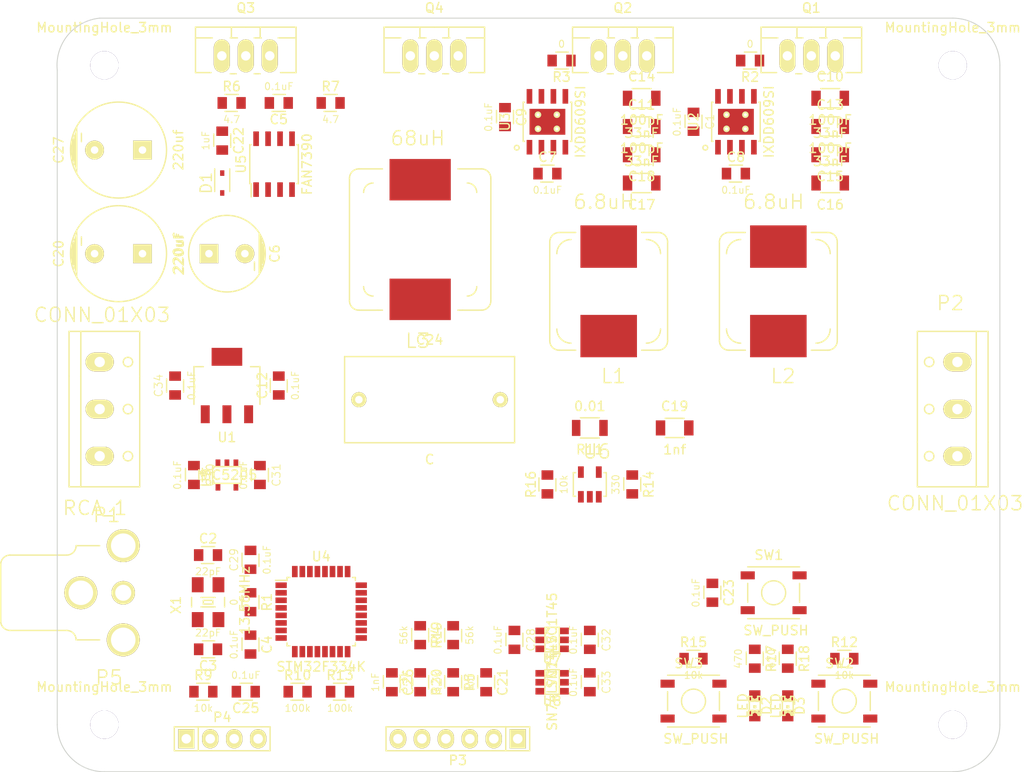
<source format=kicad_pcb>
(kicad_pcb (version 4) (host pcbnew "(2014-11-23 BZR 5300)-product")

  (general
    (links 192)
    (no_connects 190)
    (area 42.949999 50.949999 143.050001 131.050001)
    (thickness 1.6)
    (drawings 8)
    (tracks 0)
    (zones 0)
    (modules 85)
    (nets 57)
  )

  (page A4)
  (layers
    (0 F.Cu signal)
    (1 In1.Cu signal)
    (2 In2.Cu signal)
    (31 B.Cu signal)
    (32 B.Adhes user)
    (33 F.Adhes user)
    (34 B.Paste user)
    (35 F.Paste user)
    (36 B.SilkS user)
    (37 F.SilkS user)
    (38 B.Mask user)
    (39 F.Mask user)
    (40 Dwgs.User user)
    (41 Cmts.User user)
    (42 Eco1.User user)
    (43 Eco2.User user)
    (44 Edge.Cuts user)
    (45 Margin user)
    (46 B.CrtYd user)
    (47 F.CrtYd user)
    (48 B.Fab user)
    (49 F.Fab user)
  )

  (setup
    (last_trace_width 0.254)
    (trace_clearance 0.254)
    (zone_clearance 0.508)
    (zone_45_only no)
    (trace_min 0.254)
    (segment_width 0.2)
    (edge_width 0.1)
    (via_size 0.889)
    (via_drill 0.635)
    (via_min_size 0.889)
    (via_min_drill 0.508)
    (uvia_size 0.508)
    (uvia_drill 0.127)
    (uvias_allowed no)
    (uvia_min_size 0.508)
    (uvia_min_drill 0.127)
    (pcb_text_width 0.3)
    (pcb_text_size 1.5 1.5)
    (mod_edge_width 0.15)
    (mod_text_size 1 1)
    (mod_text_width 0.15)
    (pad_size 1 1.25)
    (pad_drill 0)
    (pad_to_mask_clearance 0)
    (aux_axis_origin 0 0)
    (visible_elements FFFFF77F)
    (pcbplotparams
      (layerselection 0x00030_80000001)
      (usegerberextensions false)
      (excludeedgelayer true)
      (linewidth 0.100000)
      (plotframeref false)
      (viasonmask false)
      (mode 1)
      (useauxorigin false)
      (hpglpennumber 1)
      (hpglpenspeed 20)
      (hpglpendiameter 15)
      (hpglpenoverlay 2)
      (psnegative false)
      (psa4output false)
      (plotreference true)
      (plotvalue true)
      (plotinvisibletext false)
      (padsonsilk false)
      (subtractmaskfromsilk false)
      (outputformat 1)
      (mirror false)
      (drillshape 1)
      (scaleselection 1)
      (outputdirectory ""))
  )

  (net 0 "")
  (net 1 +12V)
  (net 2 GND)
  (net 3 "Net-(C2-Pad1)")
  (net 4 "Net-(C3-Pad1)")
  (net 5 +3.3V)
  (net 6 "Net-(C10-Pad1)")
  (net 7 "Net-(C11-Pad1)")
  (net 8 RF_OUT_B)
  (net 9 RF_OUT_A)
  (net 10 +48V)
  (net 11 SUPPLY_ADC)
  (net 12 "Net-(C22-Pad1)")
  (net 13 "Net-(C22-Pad2)")
  (net 14 reset)
  (net 15 "Net-(C24-Pad1)")
  (net 16 AUDIO_ADC)
  (net 17 "Net-(C25-Pad2)")
  (net 18 OUTPUT_ADC)
  (net 19 "Net-(D2-Pad1)")
  (net 20 "Net-(D3-Pad1)")
  (net 21 VDD)
  (net 22 SPI_CLK)
  (net 23 SPI_MOSI)
  (net 24 LCD_~CS~)
  (net 25 LCD_D/C)
  (net 26 SWDIO)
  (net 27 SWCLK)
  (net 28 "Net-(Q1-PadG)")
  (net 29 "Net-(Q2-PadG)")
  (net 30 "Net-(Q3-PadG)")
  (net 31 "Net-(Q4-PadG)")
  (net 32 "Net-(R1-Pad1)")
  (net 33 "Net-(R2-Pad2)")
  (net 34 "Net-(R3-Pad2)")
  (net 35 "Net-(R6-Pad2)")
  (net 36 "Net-(R7-Pad2)")
  (net 37 BUTTON_A)
  (net 38 "Net-(R14-Pad2)")
  (net 39 BUTTON_B)
  (net 40 CURRENT_ADC)
  (net 41 RF_B)
  (net 42 RF_A)
  (net 43 SPI_SCK)
  (net 44 "Net-(U4-Pad12)")
  (net 45 MOD_A)
  (net 46 MOD_B)
  (net 47 "Net-(U4-Pad22)")
  (net 48 "Net-(U4-Pad25)")
  (net 49 "Net-(U4-Pad28)")
  (net 50 +5V)
  (net 51 RF_A_lv)
  (net 52 RF_B_lv)
  (net 53 "Net-(U9-Pad4)")
  (net 54 STATUS_2)
  (net 55 STATUS_1)
  (net 56 "Net-(U4-Pad14)")

  (net_class Default "This is the default net class."
    (clearance 0.254)
    (trace_width 0.254)
    (via_dia 0.889)
    (via_drill 0.635)
    (uvia_dia 0.508)
    (uvia_drill 0.127)
    (add_net +12V)
    (add_net +3.3V)
    (add_net +48V)
    (add_net +5V)
    (add_net AUDIO_ADC)
    (add_net BUTTON_A)
    (add_net BUTTON_B)
    (add_net CURRENT_ADC)
    (add_net GND)
    (add_net LCD_D/C)
    (add_net LCD_~CS~)
    (add_net MOD_A)
    (add_net MOD_B)
    (add_net "Net-(C10-Pad1)")
    (add_net "Net-(C11-Pad1)")
    (add_net "Net-(C2-Pad1)")
    (add_net "Net-(C22-Pad1)")
    (add_net "Net-(C22-Pad2)")
    (add_net "Net-(C24-Pad1)")
    (add_net "Net-(C25-Pad2)")
    (add_net "Net-(C3-Pad1)")
    (add_net "Net-(D2-Pad1)")
    (add_net "Net-(D3-Pad1)")
    (add_net "Net-(Q1-PadG)")
    (add_net "Net-(Q2-PadG)")
    (add_net "Net-(Q3-PadG)")
    (add_net "Net-(Q4-PadG)")
    (add_net "Net-(R1-Pad1)")
    (add_net "Net-(R14-Pad2)")
    (add_net "Net-(R2-Pad2)")
    (add_net "Net-(R3-Pad2)")
    (add_net "Net-(R6-Pad2)")
    (add_net "Net-(R7-Pad2)")
    (add_net "Net-(U4-Pad12)")
    (add_net "Net-(U4-Pad14)")
    (add_net "Net-(U4-Pad22)")
    (add_net "Net-(U4-Pad25)")
    (add_net "Net-(U4-Pad28)")
    (add_net "Net-(U9-Pad4)")
    (add_net OUTPUT_ADC)
    (add_net RF_A)
    (add_net RF_A_lv)
    (add_net RF_B)
    (add_net RF_B_lv)
    (add_net RF_OUT_A)
    (add_net RF_OUT_B)
    (add_net SPI_CLK)
    (add_net SPI_MOSI)
    (add_net SPI_SCK)
    (add_net STATUS_1)
    (add_net STATUS_2)
    (add_net SUPPLY_ADC)
    (add_net SWCLK)
    (add_net SWDIO)
    (add_net VDD)
    (add_net reset)
  )

  (module Capacitors_SMD:C_1206 (layer F.Cu) (tedit 5415D7BD) (tstamp 54D414C6)
    (at 125 59.5)
    (descr "Capacitor SMD 1206, reflow soldering, AVX (see smccp.pdf)")
    (tags "capacitor 1206")
    (path /54BBAE43)
    (attr smd)
    (fp_text reference C10 (at 0 -2.3) (layer F.SilkS)
      (effects (font (size 1 1) (thickness 0.15)))
    )
    (fp_text value 100pF (at 0 2.3) (layer F.SilkS)
      (effects (font (size 1 1) (thickness 0.15)))
    )
    (fp_line (start -2.3 -1.15) (end 2.3 -1.15) (layer F.CrtYd) (width 0.05))
    (fp_line (start -2.3 1.15) (end 2.3 1.15) (layer F.CrtYd) (width 0.05))
    (fp_line (start -2.3 -1.15) (end -2.3 1.15) (layer F.CrtYd) (width 0.05))
    (fp_line (start 2.3 -1.15) (end 2.3 1.15) (layer F.CrtYd) (width 0.05))
    (fp_line (start 1 -1.025) (end -1 -1.025) (layer F.SilkS) (width 0.15))
    (fp_line (start -1 1.025) (end 1 1.025) (layer F.SilkS) (width 0.15))
    (pad 1 smd rect (at -1.5 0) (size 1 1.6) (layers F.Cu F.Paste F.Mask)
      (net 6 "Net-(C10-Pad1)"))
    (pad 2 smd rect (at 1.5 0) (size 1 1.6) (layers F.Cu F.Paste F.Mask)
      (net 2 GND))
    (model Capacitors_SMD/C_1206.wrl
      (at (xyz 0 0 0))
      (scale (xyz 1 1 1))
      (rotate (xyz 0 0 0))
    )
  )

  (module Capacitors_SMD:C_1206 (layer F.Cu) (tedit 5415D7BD) (tstamp 54D414CC)
    (at 105 62.5)
    (descr "Capacitor SMD 1206, reflow soldering, AVX (see smccp.pdf)")
    (tags "capacitor 1206")
    (path /54BB7EAB)
    (attr smd)
    (fp_text reference C11 (at 0 -2.3) (layer F.SilkS)
      (effects (font (size 1 1) (thickness 0.15)))
    )
    (fp_text value 100pF (at 0 2.3) (layer F.SilkS)
      (effects (font (size 1 1) (thickness 0.15)))
    )
    (fp_line (start -2.3 -1.15) (end 2.3 -1.15) (layer F.CrtYd) (width 0.05))
    (fp_line (start -2.3 1.15) (end 2.3 1.15) (layer F.CrtYd) (width 0.05))
    (fp_line (start -2.3 -1.15) (end -2.3 1.15) (layer F.CrtYd) (width 0.05))
    (fp_line (start 2.3 -1.15) (end 2.3 1.15) (layer F.CrtYd) (width 0.05))
    (fp_line (start 1 -1.025) (end -1 -1.025) (layer F.SilkS) (width 0.15))
    (fp_line (start -1 1.025) (end 1 1.025) (layer F.SilkS) (width 0.15))
    (pad 1 smd rect (at -1.5 0) (size 1 1.6) (layers F.Cu F.Paste F.Mask)
      (net 7 "Net-(C11-Pad1)"))
    (pad 2 smd rect (at 1.5 0) (size 1 1.6) (layers F.Cu F.Paste F.Mask)
      (net 2 GND))
    (model Capacitors_SMD/C_1206.wrl
      (at (xyz 0 0 0))
      (scale (xyz 1 1 1))
      (rotate (xyz 0 0 0))
    )
  )

  (module Capacitors_SMD:C_1206 (layer F.Cu) (tedit 5415D7BD) (tstamp 54D414D8)
    (at 125 62.5)
    (descr "Capacitor SMD 1206, reflow soldering, AVX (see smccp.pdf)")
    (tags "capacitor 1206")
    (path /54BBAE49)
    (attr smd)
    (fp_text reference C13 (at 0 -2.3) (layer F.SilkS)
      (effects (font (size 1 1) (thickness 0.15)))
    )
    (fp_text value 100pF (at 0 2.3) (layer F.SilkS)
      (effects (font (size 1 1) (thickness 0.15)))
    )
    (fp_line (start -2.3 -1.15) (end 2.3 -1.15) (layer F.CrtYd) (width 0.05))
    (fp_line (start -2.3 1.15) (end 2.3 1.15) (layer F.CrtYd) (width 0.05))
    (fp_line (start -2.3 -1.15) (end -2.3 1.15) (layer F.CrtYd) (width 0.05))
    (fp_line (start 2.3 -1.15) (end 2.3 1.15) (layer F.CrtYd) (width 0.05))
    (fp_line (start 1 -1.025) (end -1 -1.025) (layer F.SilkS) (width 0.15))
    (fp_line (start -1 1.025) (end 1 1.025) (layer F.SilkS) (width 0.15))
    (pad 1 smd rect (at -1.5 0) (size 1 1.6) (layers F.Cu F.Paste F.Mask)
      (net 6 "Net-(C10-Pad1)"))
    (pad 2 smd rect (at 1.5 0) (size 1 1.6) (layers F.Cu F.Paste F.Mask)
      (net 2 GND))
    (model Capacitors_SMD/C_1206.wrl
      (at (xyz 0 0 0))
      (scale (xyz 1 1 1))
      (rotate (xyz 0 0 0))
    )
  )

  (module Capacitors_SMD:C_1206 (layer F.Cu) (tedit 5415D7BD) (tstamp 54D414DE)
    (at 105 59.5)
    (descr "Capacitor SMD 1206, reflow soldering, AVX (see smccp.pdf)")
    (tags "capacitor 1206")
    (path /54BB7F0E)
    (attr smd)
    (fp_text reference C14 (at 0 -2.3) (layer F.SilkS)
      (effects (font (size 1 1) (thickness 0.15)))
    )
    (fp_text value 100pF (at 0 2.3) (layer F.SilkS)
      (effects (font (size 1 1) (thickness 0.15)))
    )
    (fp_line (start -2.3 -1.15) (end 2.3 -1.15) (layer F.CrtYd) (width 0.05))
    (fp_line (start -2.3 1.15) (end 2.3 1.15) (layer F.CrtYd) (width 0.05))
    (fp_line (start -2.3 -1.15) (end -2.3 1.15) (layer F.CrtYd) (width 0.05))
    (fp_line (start 2.3 -1.15) (end 2.3 1.15) (layer F.CrtYd) (width 0.05))
    (fp_line (start 1 -1.025) (end -1 -1.025) (layer F.SilkS) (width 0.15))
    (fp_line (start -1 1.025) (end 1 1.025) (layer F.SilkS) (width 0.15))
    (pad 1 smd rect (at -1.5 0) (size 1 1.6) (layers F.Cu F.Paste F.Mask)
      (net 7 "Net-(C11-Pad1)"))
    (pad 2 smd rect (at 1.5 0) (size 1 1.6) (layers F.Cu F.Paste F.Mask)
      (net 2 GND))
    (model Capacitors_SMD/C_1206.wrl
      (at (xyz 0 0 0))
      (scale (xyz 1 1 1))
      (rotate (xyz 0 0 0))
    )
  )

  (module Capacitors_SMD:C_1206 (layer F.Cu) (tedit 5415D7BD) (tstamp 54D414E4)
    (at 125 65.5 180)
    (descr "Capacitor SMD 1206, reflow soldering, AVX (see smccp.pdf)")
    (tags "capacitor 1206")
    (path /54BBAE2F)
    (attr smd)
    (fp_text reference C15 (at 0 -2.3 180) (layer F.SilkS)
      (effects (font (size 1 1) (thickness 0.15)))
    )
    (fp_text value 33nF (at 0 2.3 180) (layer F.SilkS)
      (effects (font (size 1 1) (thickness 0.15)))
    )
    (fp_line (start -2.3 -1.15) (end 2.3 -1.15) (layer F.CrtYd) (width 0.05))
    (fp_line (start -2.3 1.15) (end 2.3 1.15) (layer F.CrtYd) (width 0.05))
    (fp_line (start -2.3 -1.15) (end -2.3 1.15) (layer F.CrtYd) (width 0.05))
    (fp_line (start 2.3 -1.15) (end 2.3 1.15) (layer F.CrtYd) (width 0.05))
    (fp_line (start 1 -1.025) (end -1 -1.025) (layer F.SilkS) (width 0.15))
    (fp_line (start -1 1.025) (end 1 1.025) (layer F.SilkS) (width 0.15))
    (pad 1 smd rect (at -1.5 0 180) (size 1 1.6) (layers F.Cu F.Paste F.Mask)
      (net 8 RF_OUT_B))
    (pad 2 smd rect (at 1.5 0 180) (size 1 1.6) (layers F.Cu F.Paste F.Mask)
      (net 6 "Net-(C10-Pad1)"))
    (model Capacitors_SMD/C_1206.wrl
      (at (xyz 0 0 0))
      (scale (xyz 1 1 1))
      (rotate (xyz 0 0 0))
    )
  )

  (module Capacitors_SMD:C_1206 (layer F.Cu) (tedit 5415D7BD) (tstamp 54D414EA)
    (at 125 68.5 180)
    (descr "Capacitor SMD 1206, reflow soldering, AVX (see smccp.pdf)")
    (tags "capacitor 1206")
    (path /54BBAE35)
    (attr smd)
    (fp_text reference C16 (at 0 -2.3 180) (layer F.SilkS)
      (effects (font (size 1 1) (thickness 0.15)))
    )
    (fp_text value 33nF (at 0 2.3 180) (layer F.SilkS)
      (effects (font (size 1 1) (thickness 0.15)))
    )
    (fp_line (start -2.3 -1.15) (end 2.3 -1.15) (layer F.CrtYd) (width 0.05))
    (fp_line (start -2.3 1.15) (end 2.3 1.15) (layer F.CrtYd) (width 0.05))
    (fp_line (start -2.3 -1.15) (end -2.3 1.15) (layer F.CrtYd) (width 0.05))
    (fp_line (start 2.3 -1.15) (end 2.3 1.15) (layer F.CrtYd) (width 0.05))
    (fp_line (start 1 -1.025) (end -1 -1.025) (layer F.SilkS) (width 0.15))
    (fp_line (start -1 1.025) (end 1 1.025) (layer F.SilkS) (width 0.15))
    (pad 1 smd rect (at -1.5 0 180) (size 1 1.6) (layers F.Cu F.Paste F.Mask)
      (net 8 RF_OUT_B))
    (pad 2 smd rect (at 1.5 0 180) (size 1 1.6) (layers F.Cu F.Paste F.Mask)
      (net 6 "Net-(C10-Pad1)"))
    (model Capacitors_SMD/C_1206.wrl
      (at (xyz 0 0 0))
      (scale (xyz 1 1 1))
      (rotate (xyz 0 0 0))
    )
  )

  (module Capacitors_SMD:C_1206 (layer F.Cu) (tedit 5415D7BD) (tstamp 54D414F0)
    (at 105 68.5 180)
    (descr "Capacitor SMD 1206, reflow soldering, AVX (see smccp.pdf)")
    (tags "capacitor 1206")
    (path /54BB6CF9)
    (attr smd)
    (fp_text reference C17 (at 0 -2.3 180) (layer F.SilkS)
      (effects (font (size 1 1) (thickness 0.15)))
    )
    (fp_text value 33nF (at 0 2.3 180) (layer F.SilkS)
      (effects (font (size 1 1) (thickness 0.15)))
    )
    (fp_line (start -2.3 -1.15) (end 2.3 -1.15) (layer F.CrtYd) (width 0.05))
    (fp_line (start -2.3 1.15) (end 2.3 1.15) (layer F.CrtYd) (width 0.05))
    (fp_line (start -2.3 -1.15) (end -2.3 1.15) (layer F.CrtYd) (width 0.05))
    (fp_line (start 2.3 -1.15) (end 2.3 1.15) (layer F.CrtYd) (width 0.05))
    (fp_line (start 1 -1.025) (end -1 -1.025) (layer F.SilkS) (width 0.15))
    (fp_line (start -1 1.025) (end 1 1.025) (layer F.SilkS) (width 0.15))
    (pad 1 smd rect (at -1.5 0 180) (size 1 1.6) (layers F.Cu F.Paste F.Mask)
      (net 9 RF_OUT_A))
    (pad 2 smd rect (at 1.5 0 180) (size 1 1.6) (layers F.Cu F.Paste F.Mask)
      (net 7 "Net-(C11-Pad1)"))
    (model Capacitors_SMD/C_1206.wrl
      (at (xyz 0 0 0))
      (scale (xyz 1 1 1))
      (rotate (xyz 0 0 0))
    )
  )

  (module Capacitors_SMD:C_1206 (layer F.Cu) (tedit 5415D7BD) (tstamp 54D414F6)
    (at 105 65.5 180)
    (descr "Capacitor SMD 1206, reflow soldering, AVX (see smccp.pdf)")
    (tags "capacitor 1206")
    (path /54BB6D98)
    (attr smd)
    (fp_text reference C18 (at 0 -2.3 180) (layer F.SilkS)
      (effects (font (size 1 1) (thickness 0.15)))
    )
    (fp_text value 33nF (at 0 2.3 180) (layer F.SilkS)
      (effects (font (size 1 1) (thickness 0.15)))
    )
    (fp_line (start -2.3 -1.15) (end 2.3 -1.15) (layer F.CrtYd) (width 0.05))
    (fp_line (start -2.3 1.15) (end 2.3 1.15) (layer F.CrtYd) (width 0.05))
    (fp_line (start -2.3 -1.15) (end -2.3 1.15) (layer F.CrtYd) (width 0.05))
    (fp_line (start 2.3 -1.15) (end 2.3 1.15) (layer F.CrtYd) (width 0.05))
    (fp_line (start 1 -1.025) (end -1 -1.025) (layer F.SilkS) (width 0.15))
    (fp_line (start -1 1.025) (end 1 1.025) (layer F.SilkS) (width 0.15))
    (pad 1 smd rect (at -1.5 0 180) (size 1 1.6) (layers F.Cu F.Paste F.Mask)
      (net 9 RF_OUT_A))
    (pad 2 smd rect (at 1.5 0 180) (size 1 1.6) (layers F.Cu F.Paste F.Mask)
      (net 7 "Net-(C11-Pad1)"))
    (model Capacitors_SMD/C_1206.wrl
      (at (xyz 0 0 0))
      (scale (xyz 1 1 1))
      (rotate (xyz 0 0 0))
    )
  )

  (module Capacitors_ThroughHole:Capacitor10x16RM5 (layer F.Cu) (tedit 54D4074B) (tstamp 54D58331)
    (at 49.5 76 90)
    (descr "Capacitor, pol, cyl 10x16mm")
    (path /54BB02BE)
    (fp_text reference C20 (at 0 -6.35 90) (layer F.SilkS)
      (effects (font (size 1 1) (thickness 0.15)))
    )
    (fp_text value 220uf (at 0 6.35 90) (layer F.SilkS)
      (effects (font (size 1 1) (thickness 0.15)))
    )
    (fp_line (start -2.413 -4.445) (end 2.413 -4.445) (layer F.SilkS) (width 0.15))
    (fp_line (start 1.143 -4.826) (end -1.143 -4.826) (layer F.SilkS) (width 0.15))
    (fp_circle (center 0 0) (end 5.08 0.381) (layer F.SilkS) (width 0.15))
    (fp_line (start 2.032 -4.445) (end -2.032 -4.445) (layer F.SilkS) (width 0.15))
    (fp_line (start -2.032 -4.445) (end -1.651 -4.572) (layer F.SilkS) (width 0.15))
    (fp_line (start -1.651 -4.572) (end 1.651 -4.572) (layer F.SilkS) (width 0.15))
    (fp_line (start 1.651 -4.572) (end 2.032 -4.445) (layer F.SilkS) (width 0.15))
    (fp_line (start 0.889 -3.937) (end 1.778 -3.937) (layer F.SilkS) (width 0.15))
    (fp_line (start 1.016 -4.953) (end -1.016 -4.953) (layer F.SilkS) (width 0.15))
    (fp_line (start -1.016 -4.826) (end 1.016 -4.826) (layer F.SilkS) (width 0.15))
    (fp_line (start -1.524 -4.699) (end 1.524 -4.699) (layer F.SilkS) (width 0.15))
    (pad 1 thru_hole rect (at 0 2.54 90) (size 1.99898 1.99898) (drill 0.8001) (layers *.Cu *.Mask F.SilkS)
      (net 10 +48V))
    (pad 2 thru_hole circle (at 0 -2.54 90) (size 1.99898 1.99898) (drill 0.8001) (layers *.Cu *.Mask F.SilkS)
      (net 2 GND))
    (model Capacitors_ThroughHole/Capacitor10x16RM5.wrl
      (at (xyz 0 0 0))
      (scale (xyz 1 1 1))
      (rotate (xyz 0 0 0))
    )
  )

  (module Capacitors_ThroughHole:Capacitor18x9x15mmRM15 (layer F.Cu) (tedit 53FFFBE7) (tstamp 54D59770)
    (at 82.5 91.5)
    (descr "Capacitor 18mm x 9mm x 15mm RM 15mm")
    (tags "ARCOTRONICS, R.46, capacitor")
    (path /54BB3E00)
    (fp_text reference C24 (at 0 -6.35) (layer F.SilkS)
      (effects (font (size 1 1) (thickness 0.15)))
    )
    (fp_text value C (at 0 6.35) (layer F.SilkS)
      (effects (font (size 1 1) (thickness 0.15)))
    )
    (fp_line (start -9.017 -4.572) (end -9.017 4.572) (layer F.SilkS) (width 0.15))
    (fp_line (start -9.017 4.572) (end 9.017 4.572) (layer F.SilkS) (width 0.15))
    (fp_line (start 9.017 4.572) (end 9.017 -4.572) (layer F.SilkS) (width 0.15))
    (fp_line (start 9.017 -4.572) (end -9.017 -4.572) (layer F.SilkS) (width 0.15))
    (pad 1 thru_hole circle (at -7.5 0) (size 1.6 1.6) (drill 0.8) (layers *.Cu *.Mask F.SilkS)
      (net 15 "Net-(C24-Pad1)"))
    (pad 2 thru_hole circle (at 7.5 0) (size 1.6 1.6) (drill 0.8) (layers *.Cu *.Mask F.SilkS)
      (net 2 GND))
    (model Capacitors_ThroughHole/Capacitor18x9x15mmRM15.wrl
      (at (xyz 0 0 0))
      (scale (xyz 4 4 4))
      (rotate (xyz 0 0 0))
    )
  )

  (module Capacitors_ThroughHole:Capacitor10x16RM5 (layer F.Cu) (tedit 54D4074B) (tstamp 54D5831F)
    (at 49.5 65 90)
    (descr "Capacitor, pol, cyl 10x16mm")
    (path /54D3B2BE)
    (fp_text reference C27 (at 0 -6.35 90) (layer F.SilkS)
      (effects (font (size 1 1) (thickness 0.15)))
    )
    (fp_text value 220uf (at 0 6.35 90) (layer F.SilkS)
      (effects (font (size 1 1) (thickness 0.15)))
    )
    (fp_line (start -2.413 -4.445) (end 2.413 -4.445) (layer F.SilkS) (width 0.15))
    (fp_line (start 1.143 -4.826) (end -1.143 -4.826) (layer F.SilkS) (width 0.15))
    (fp_circle (center 0 0) (end 5.08 0.381) (layer F.SilkS) (width 0.15))
    (fp_line (start 2.032 -4.445) (end -2.032 -4.445) (layer F.SilkS) (width 0.15))
    (fp_line (start -2.032 -4.445) (end -1.651 -4.572) (layer F.SilkS) (width 0.15))
    (fp_line (start -1.651 -4.572) (end 1.651 -4.572) (layer F.SilkS) (width 0.15))
    (fp_line (start 1.651 -4.572) (end 2.032 -4.445) (layer F.SilkS) (width 0.15))
    (fp_line (start 0.889 -3.937) (end 1.778 -3.937) (layer F.SilkS) (width 0.15))
    (fp_line (start 1.016 -4.953) (end -1.016 -4.953) (layer F.SilkS) (width 0.15))
    (fp_line (start -1.016 -4.826) (end 1.016 -4.826) (layer F.SilkS) (width 0.15))
    (fp_line (start -1.524 -4.699) (end 1.524 -4.699) (layer F.SilkS) (width 0.15))
    (pad 1 thru_hole rect (at 0 2.54 90) (size 1.99898 1.99898) (drill 0.8001) (layers *.Cu *.Mask F.SilkS)
      (net 10 +48V))
    (pad 2 thru_hole circle (at 0 -2.54 90) (size 1.99898 1.99898) (drill 0.8001) (layers *.Cu *.Mask F.SilkS)
      (net 2 GND))
    (model Capacitors_ThroughHole/Capacitor10x16RM5.wrl
      (at (xyz 0 0 0))
      (scale (xyz 1 1 1))
      (rotate (xyz 0 0 0))
    )
  )

  (module LEDs:LED-0805 (layer F.Cu) (tedit 54D4074B) (tstamp 54D41538)
    (at 117 124 270)
    (descr "LED 0805 smd package")
    (tags "LED 0805 SMD")
    (path /54BB57C9)
    (attr smd)
    (fp_text reference D2 (at 0 -1.27 270) (layer F.SilkS)
      (effects (font (size 1 1) (thickness 0.15)))
    )
    (fp_text value LED (at 0 1.27 270) (layer F.SilkS)
      (effects (font (size 1 1) (thickness 0.15)))
    )
    (fp_line (start 0.49784 0.29972) (end 0.49784 0.62484) (layer F.SilkS) (width 0.15))
    (fp_line (start 0.49784 0.62484) (end 0.99822 0.62484) (layer F.SilkS) (width 0.15))
    (fp_line (start 0.99822 0.29972) (end 0.99822 0.62484) (layer F.SilkS) (width 0.15))
    (fp_line (start 0.49784 0.29972) (end 0.99822 0.29972) (layer F.SilkS) (width 0.15))
    (fp_line (start 0.49784 -0.32258) (end 0.49784 -0.17272) (layer F.SilkS) (width 0.15))
    (fp_line (start 0.49784 -0.17272) (end 0.7493 -0.17272) (layer F.SilkS) (width 0.15))
    (fp_line (start 0.7493 -0.32258) (end 0.7493 -0.17272) (layer F.SilkS) (width 0.15))
    (fp_line (start 0.49784 -0.32258) (end 0.7493 -0.32258) (layer F.SilkS) (width 0.15))
    (fp_line (start 0.49784 0.17272) (end 0.49784 0.32258) (layer F.SilkS) (width 0.15))
    (fp_line (start 0.49784 0.32258) (end 0.7493 0.32258) (layer F.SilkS) (width 0.15))
    (fp_line (start 0.7493 0.17272) (end 0.7493 0.32258) (layer F.SilkS) (width 0.15))
    (fp_line (start 0.49784 0.17272) (end 0.7493 0.17272) (layer F.SilkS) (width 0.15))
    (fp_line (start 0.49784 -0.19812) (end 0.49784 0.19812) (layer F.SilkS) (width 0.15))
    (fp_line (start 0.49784 0.19812) (end 0.6731 0.19812) (layer F.SilkS) (width 0.15))
    (fp_line (start 0.6731 -0.19812) (end 0.6731 0.19812) (layer F.SilkS) (width 0.15))
    (fp_line (start 0.49784 -0.19812) (end 0.6731 -0.19812) (layer F.SilkS) (width 0.15))
    (fp_line (start -0.99822 0.29972) (end -0.99822 0.62484) (layer F.SilkS) (width 0.15))
    (fp_line (start -0.99822 0.62484) (end -0.49784 0.62484) (layer F.SilkS) (width 0.15))
    (fp_line (start -0.49784 0.29972) (end -0.49784 0.62484) (layer F.SilkS) (width 0.15))
    (fp_line (start -0.99822 0.29972) (end -0.49784 0.29972) (layer F.SilkS) (width 0.15))
    (fp_line (start -0.99822 -0.62484) (end -0.99822 -0.29972) (layer F.SilkS) (width 0.15))
    (fp_line (start -0.99822 -0.29972) (end -0.49784 -0.29972) (layer F.SilkS) (width 0.15))
    (fp_line (start -0.49784 -0.62484) (end -0.49784 -0.29972) (layer F.SilkS) (width 0.15))
    (fp_line (start -0.99822 -0.62484) (end -0.49784 -0.62484) (layer F.SilkS) (width 0.15))
    (fp_line (start -0.7493 0.17272) (end -0.7493 0.32258) (layer F.SilkS) (width 0.15))
    (fp_line (start -0.7493 0.32258) (end -0.49784 0.32258) (layer F.SilkS) (width 0.15))
    (fp_line (start -0.49784 0.17272) (end -0.49784 0.32258) (layer F.SilkS) (width 0.15))
    (fp_line (start -0.7493 0.17272) (end -0.49784 0.17272) (layer F.SilkS) (width 0.15))
    (fp_line (start -0.7493 -0.32258) (end -0.7493 -0.17272) (layer F.SilkS) (width 0.15))
    (fp_line (start -0.7493 -0.17272) (end -0.49784 -0.17272) (layer F.SilkS) (width 0.15))
    (fp_line (start -0.49784 -0.32258) (end -0.49784 -0.17272) (layer F.SilkS) (width 0.15))
    (fp_line (start -0.7493 -0.32258) (end -0.49784 -0.32258) (layer F.SilkS) (width 0.15))
    (fp_line (start -0.6731 -0.19812) (end -0.6731 0.19812) (layer F.SilkS) (width 0.15))
    (fp_line (start -0.6731 0.19812) (end -0.49784 0.19812) (layer F.SilkS) (width 0.15))
    (fp_line (start -0.49784 -0.19812) (end -0.49784 0.19812) (layer F.SilkS) (width 0.15))
    (fp_line (start -0.6731 -0.19812) (end -0.49784 -0.19812) (layer F.SilkS) (width 0.15))
    (fp_line (start 0 -0.09906) (end 0 0.09906) (layer F.SilkS) (width 0.15))
    (fp_line (start 0 0.09906) (end 0.19812 0.09906) (layer F.SilkS) (width 0.15))
    (fp_line (start 0.19812 -0.09906) (end 0.19812 0.09906) (layer F.SilkS) (width 0.15))
    (fp_line (start 0 -0.09906) (end 0.19812 -0.09906) (layer F.SilkS) (width 0.15))
    (fp_line (start 0.49784 -0.59944) (end 0.49784 -0.29972) (layer F.SilkS) (width 0.15))
    (fp_line (start 0.49784 -0.29972) (end 0.79756 -0.29972) (layer F.SilkS) (width 0.15))
    (fp_line (start 0.79756 -0.59944) (end 0.79756 -0.29972) (layer F.SilkS) (width 0.15))
    (fp_line (start 0.49784 -0.59944) (end 0.79756 -0.59944) (layer F.SilkS) (width 0.15))
    (fp_line (start 0.92456 -0.62484) (end 0.92456 -0.39878) (layer F.SilkS) (width 0.15))
    (fp_line (start 0.92456 -0.39878) (end 0.99822 -0.39878) (layer F.SilkS) (width 0.15))
    (fp_line (start 0.99822 -0.62484) (end 0.99822 -0.39878) (layer F.SilkS) (width 0.15))
    (fp_line (start 0.92456 -0.62484) (end 0.99822 -0.62484) (layer F.SilkS) (width 0.15))
    (fp_line (start 0.52324 0.57404) (end -0.52324 0.57404) (layer F.SilkS) (width 0.15))
    (fp_line (start -0.49784 -0.57404) (end 0.92456 -0.57404) (layer F.SilkS) (width 0.15))
    (fp_circle (center 0.84836 -0.44958) (end 0.89916 -0.50038) (layer F.SilkS) (width 0.15))
    (fp_arc (start 0.99822 0) (end 0.99822 0.34798) (angle 180) (layer F.SilkS) (width 0.15))
    (fp_arc (start -0.99822 0) (end -0.99822 -0.34798) (angle 180) (layer F.SilkS) (width 0.15))
    (pad 1 smd rect (at -1.04902 0 270) (size 1.19888 1.19888) (layers F.Cu F.Paste F.Mask)
      (net 19 "Net-(D2-Pad1)"))
    (pad 2 smd rect (at 1.04902 0 270) (size 1.19888 1.19888) (layers F.Cu F.Paste F.Mask)
      (net 2 GND))
  )

  (module LEDs:LED-0805 (layer F.Cu) (tedit 54D4074B) (tstamp 54D423ED)
    (at 120.5 124 270)
    (descr "LED 0805 smd package")
    (tags "LED 0805 SMD")
    (path /54B6FC78)
    (attr smd)
    (fp_text reference D3 (at 0 -1.27 270) (layer F.SilkS)
      (effects (font (size 1 1) (thickness 0.15)))
    )
    (fp_text value LED (at 0 1.27 270) (layer F.SilkS)
      (effects (font (size 1 1) (thickness 0.15)))
    )
    (fp_line (start 0.49784 0.29972) (end 0.49784 0.62484) (layer F.SilkS) (width 0.15))
    (fp_line (start 0.49784 0.62484) (end 0.99822 0.62484) (layer F.SilkS) (width 0.15))
    (fp_line (start 0.99822 0.29972) (end 0.99822 0.62484) (layer F.SilkS) (width 0.15))
    (fp_line (start 0.49784 0.29972) (end 0.99822 0.29972) (layer F.SilkS) (width 0.15))
    (fp_line (start 0.49784 -0.32258) (end 0.49784 -0.17272) (layer F.SilkS) (width 0.15))
    (fp_line (start 0.49784 -0.17272) (end 0.7493 -0.17272) (layer F.SilkS) (width 0.15))
    (fp_line (start 0.7493 -0.32258) (end 0.7493 -0.17272) (layer F.SilkS) (width 0.15))
    (fp_line (start 0.49784 -0.32258) (end 0.7493 -0.32258) (layer F.SilkS) (width 0.15))
    (fp_line (start 0.49784 0.17272) (end 0.49784 0.32258) (layer F.SilkS) (width 0.15))
    (fp_line (start 0.49784 0.32258) (end 0.7493 0.32258) (layer F.SilkS) (width 0.15))
    (fp_line (start 0.7493 0.17272) (end 0.7493 0.32258) (layer F.SilkS) (width 0.15))
    (fp_line (start 0.49784 0.17272) (end 0.7493 0.17272) (layer F.SilkS) (width 0.15))
    (fp_line (start 0.49784 -0.19812) (end 0.49784 0.19812) (layer F.SilkS) (width 0.15))
    (fp_line (start 0.49784 0.19812) (end 0.6731 0.19812) (layer F.SilkS) (width 0.15))
    (fp_line (start 0.6731 -0.19812) (end 0.6731 0.19812) (layer F.SilkS) (width 0.15))
    (fp_line (start 0.49784 -0.19812) (end 0.6731 -0.19812) (layer F.SilkS) (width 0.15))
    (fp_line (start -0.99822 0.29972) (end -0.99822 0.62484) (layer F.SilkS) (width 0.15))
    (fp_line (start -0.99822 0.62484) (end -0.49784 0.62484) (layer F.SilkS) (width 0.15))
    (fp_line (start -0.49784 0.29972) (end -0.49784 0.62484) (layer F.SilkS) (width 0.15))
    (fp_line (start -0.99822 0.29972) (end -0.49784 0.29972) (layer F.SilkS) (width 0.15))
    (fp_line (start -0.99822 -0.62484) (end -0.99822 -0.29972) (layer F.SilkS) (width 0.15))
    (fp_line (start -0.99822 -0.29972) (end -0.49784 -0.29972) (layer F.SilkS) (width 0.15))
    (fp_line (start -0.49784 -0.62484) (end -0.49784 -0.29972) (layer F.SilkS) (width 0.15))
    (fp_line (start -0.99822 -0.62484) (end -0.49784 -0.62484) (layer F.SilkS) (width 0.15))
    (fp_line (start -0.7493 0.17272) (end -0.7493 0.32258) (layer F.SilkS) (width 0.15))
    (fp_line (start -0.7493 0.32258) (end -0.49784 0.32258) (layer F.SilkS) (width 0.15))
    (fp_line (start -0.49784 0.17272) (end -0.49784 0.32258) (layer F.SilkS) (width 0.15))
    (fp_line (start -0.7493 0.17272) (end -0.49784 0.17272) (layer F.SilkS) (width 0.15))
    (fp_line (start -0.7493 -0.32258) (end -0.7493 -0.17272) (layer F.SilkS) (width 0.15))
    (fp_line (start -0.7493 -0.17272) (end -0.49784 -0.17272) (layer F.SilkS) (width 0.15))
    (fp_line (start -0.49784 -0.32258) (end -0.49784 -0.17272) (layer F.SilkS) (width 0.15))
    (fp_line (start -0.7493 -0.32258) (end -0.49784 -0.32258) (layer F.SilkS) (width 0.15))
    (fp_line (start -0.6731 -0.19812) (end -0.6731 0.19812) (layer F.SilkS) (width 0.15))
    (fp_line (start -0.6731 0.19812) (end -0.49784 0.19812) (layer F.SilkS) (width 0.15))
    (fp_line (start -0.49784 -0.19812) (end -0.49784 0.19812) (layer F.SilkS) (width 0.15))
    (fp_line (start -0.6731 -0.19812) (end -0.49784 -0.19812) (layer F.SilkS) (width 0.15))
    (fp_line (start 0 -0.09906) (end 0 0.09906) (layer F.SilkS) (width 0.15))
    (fp_line (start 0 0.09906) (end 0.19812 0.09906) (layer F.SilkS) (width 0.15))
    (fp_line (start 0.19812 -0.09906) (end 0.19812 0.09906) (layer F.SilkS) (width 0.15))
    (fp_line (start 0 -0.09906) (end 0.19812 -0.09906) (layer F.SilkS) (width 0.15))
    (fp_line (start 0.49784 -0.59944) (end 0.49784 -0.29972) (layer F.SilkS) (width 0.15))
    (fp_line (start 0.49784 -0.29972) (end 0.79756 -0.29972) (layer F.SilkS) (width 0.15))
    (fp_line (start 0.79756 -0.59944) (end 0.79756 -0.29972) (layer F.SilkS) (width 0.15))
    (fp_line (start 0.49784 -0.59944) (end 0.79756 -0.59944) (layer F.SilkS) (width 0.15))
    (fp_line (start 0.92456 -0.62484) (end 0.92456 -0.39878) (layer F.SilkS) (width 0.15))
    (fp_line (start 0.92456 -0.39878) (end 0.99822 -0.39878) (layer F.SilkS) (width 0.15))
    (fp_line (start 0.99822 -0.62484) (end 0.99822 -0.39878) (layer F.SilkS) (width 0.15))
    (fp_line (start 0.92456 -0.62484) (end 0.99822 -0.62484) (layer F.SilkS) (width 0.15))
    (fp_line (start 0.52324 0.57404) (end -0.52324 0.57404) (layer F.SilkS) (width 0.15))
    (fp_line (start -0.49784 -0.57404) (end 0.92456 -0.57404) (layer F.SilkS) (width 0.15))
    (fp_circle (center 0.84836 -0.44958) (end 0.89916 -0.50038) (layer F.SilkS) (width 0.15))
    (fp_arc (start 0.99822 0) (end 0.99822 0.34798) (angle 180) (layer F.SilkS) (width 0.15))
    (fp_arc (start -0.99822 0) (end -0.99822 -0.34798) (angle 180) (layer F.SilkS) (width 0.15))
    (pad 1 smd rect (at -1.04902 0 270) (size 1.19888 1.19888) (layers F.Cu F.Paste F.Mask)
      (net 20 "Net-(D3-Pad1)"))
    (pad 2 smd rect (at 1.04902 0 270) (size 1.19888 1.19888) (layers F.Cu F.Paste F.Mask)
      (net 2 GND))
  )

  (module wbraun_library:MSS1278 (layer F.Cu) (tedit 54D4072E) (tstamp 54D41552)
    (at 101.5 80)
    (tags inductor)
    (path /54BAE200)
    (fp_text reference L1 (at 0.5 9) (layer F.SilkS)
      (effects (font (size 1.5 1.5) (thickness 0.15)))
    )
    (fp_text value 6.8uH (at -0.5 -9.5) (layer F.SilkS)
      (effects (font (size 1.5 1.5) (thickness 0.15)))
    )
    (fp_arc (start 5.25 5.25) (end 6.25 5.25) (angle 90) (layer F.SilkS) (width 0.15))
    (fp_arc (start 4 4) (end 5.5 4) (angle 90) (layer F.SilkS) (width 0.15))
    (fp_arc (start -4 4) (end -4 5.5) (angle 90) (layer F.SilkS) (width 0.15))
    (fp_arc (start 4 -4) (end 4 -5.5) (angle 90) (layer F.SilkS) (width 0.15))
    (fp_arc (start -4 -4) (end -5.5 -4) (angle 90) (layer F.SilkS) (width 0.15))
    (fp_arc (start -5.25 5.25) (end -5.25 6.25) (angle 90) (layer F.SilkS) (width 0.15))
    (fp_arc (start -5.25 -5.25) (end -6.25 -5.25) (angle 90) (layer F.SilkS) (width 0.15))
    (fp_arc (start 5.25 -5.25) (end 5.25 -6.25) (angle 90) (layer F.SilkS) (width 0.15))
    (fp_line (start 5.25 -6.25) (end 3.5 -6.25) (layer F.SilkS) (width 0.15))
    (fp_line (start -5.25 -6.25) (end -3.5 -6.25) (layer F.SilkS) (width 0.15))
    (fp_line (start 5.25 6.25) (end 3.5 6.25) (layer F.SilkS) (width 0.15))
    (fp_line (start -5.25 6.25) (end -3.5 6.25) (layer F.SilkS) (width 0.15))
    (fp_line (start 6.25 -5.25) (end 6.25 5.25) (layer F.SilkS) (width 0.15))
    (fp_line (start -6.25 -5.25) (end -6.25 5.25) (layer F.SilkS) (width 0.15))
    (pad 1 smd rect (at 0 -4.75) (size 6 4.5) (layers F.Cu F.Paste F.Mask)
      (net 7 "Net-(C11-Pad1)"))
    (pad 2 smd rect (at 0 4.75) (size 6 4.5) (layers F.Cu F.Paste F.Mask)
      (net 21 VDD))
  )

  (module wbraun_library:MSS1278 (layer F.Cu) (tedit 54D4072E) (tstamp 54D41566)
    (at 119.5 80)
    (tags inductor)
    (path /54BBADFE)
    (fp_text reference L2 (at 0.5 9) (layer F.SilkS)
      (effects (font (size 1.5 1.5) (thickness 0.15)))
    )
    (fp_text value 6.8uH (at -0.5 -9.5) (layer F.SilkS)
      (effects (font (size 1.5 1.5) (thickness 0.15)))
    )
    (fp_arc (start 5.25 5.25) (end 6.25 5.25) (angle 90) (layer F.SilkS) (width 0.15))
    (fp_arc (start 4 4) (end 5.5 4) (angle 90) (layer F.SilkS) (width 0.15))
    (fp_arc (start -4 4) (end -4 5.5) (angle 90) (layer F.SilkS) (width 0.15))
    (fp_arc (start 4 -4) (end 4 -5.5) (angle 90) (layer F.SilkS) (width 0.15))
    (fp_arc (start -4 -4) (end -5.5 -4) (angle 90) (layer F.SilkS) (width 0.15))
    (fp_arc (start -5.25 5.25) (end -5.25 6.25) (angle 90) (layer F.SilkS) (width 0.15))
    (fp_arc (start -5.25 -5.25) (end -6.25 -5.25) (angle 90) (layer F.SilkS) (width 0.15))
    (fp_arc (start 5.25 -5.25) (end 5.25 -6.25) (angle 90) (layer F.SilkS) (width 0.15))
    (fp_line (start 5.25 -6.25) (end 3.5 -6.25) (layer F.SilkS) (width 0.15))
    (fp_line (start -5.25 -6.25) (end -3.5 -6.25) (layer F.SilkS) (width 0.15))
    (fp_line (start 5.25 6.25) (end 3.5 6.25) (layer F.SilkS) (width 0.15))
    (fp_line (start -5.25 6.25) (end -3.5 6.25) (layer F.SilkS) (width 0.15))
    (fp_line (start 6.25 -5.25) (end 6.25 5.25) (layer F.SilkS) (width 0.15))
    (fp_line (start -6.25 -5.25) (end -6.25 5.25) (layer F.SilkS) (width 0.15))
    (pad 1 smd rect (at 0 -4.75) (size 6 4.5) (layers F.Cu F.Paste F.Mask)
      (net 6 "Net-(C10-Pad1)"))
    (pad 2 smd rect (at 0 4.75) (size 6 4.5) (layers F.Cu F.Paste F.Mask)
      (net 21 VDD))
  )

  (module wbraun_library:MSS1583 (layer F.Cu) (tedit 54D39F81) (tstamp 54D4157C)
    (at 81.5 74.5)
    (tags inductor)
    (path /54B6FA37)
    (fp_text reference L3 (at -0.25 10.75) (layer F.SilkS)
      (effects (font (size 1.5 1.5) (thickness 0.15)))
    )
    (fp_text value 68uH (at -0.25 -10.75) (layer F.SilkS)
      (effects (font (size 1.5 1.5) (thickness 0.15)))
    )
    (fp_arc (start 5 5) (end 6 5) (angle 90) (layer F.SilkS) (width 0.15))
    (fp_arc (start -5 5) (end -5 6) (angle 90) (layer F.SilkS) (width 0.15))
    (fp_arc (start -5 -5) (end -6 -5) (angle 90) (layer F.SilkS) (width 0.15))
    (fp_arc (start 5 -5) (end 5 -6) (angle 90) (layer F.SilkS) (width 0.15))
    (fp_line (start -4.5 7.5) (end -4 7.5) (layer F.SilkS) (width 0.15))
    (fp_line (start 4.5 7.5) (end 4 7.5) (layer F.SilkS) (width 0.15))
    (fp_line (start 6.5 7.5) (end 4.5 7.5) (layer F.SilkS) (width 0.15))
    (fp_line (start -6.5 7.5) (end -4.5 7.5) (layer F.SilkS) (width 0.15))
    (fp_line (start 6.5 -7.5) (end 4 -7.5) (layer F.SilkS) (width 0.15))
    (fp_line (start -6.5 -7.5) (end -4 -7.5) (layer F.SilkS) (width 0.15))
    (fp_arc (start 6.5 -6.5) (end 6.5 -7.5) (angle 90) (layer F.SilkS) (width 0.15))
    (fp_arc (start 6.5 6.5) (end 7.5 6.5) (angle 90) (layer F.SilkS) (width 0.15))
    (fp_line (start 7.5 -6.5) (end 7.5 6.5) (layer F.SilkS) (width 0.15))
    (fp_arc (start -6.5 6.5) (end -6.5 7.5) (angle 90) (layer F.SilkS) (width 0.15))
    (fp_arc (start -6.5 -6.5) (end -7.5 -6.5) (angle 90) (layer F.SilkS) (width 0.15))
    (fp_line (start -7.5 6.5) (end -7.5 -6.5) (layer F.SilkS) (width 0.15))
    (pad 1 smd rect (at 0 -6.35) (size 6.5 4.4) (layers F.Cu F.Paste F.Mask)
      (net 13 "Net-(C22-Pad2)"))
    (pad 2 smd rect (at 0 6.35) (size 6.5 4.4) (layers F.Cu F.Paste F.Mask)
      (net 15 "Net-(C24-Pad1)"))
  )

  (module wbraun_library:terminalBlock-5mm-3 (layer F.Cu) (tedit 54D40517) (tstamp 54D57440)
    (at 47.5 92.5)
    (tags "terminal block")
    (path /54B700E3)
    (fp_text reference P1 (at 0.75 11.25) (layer F.SilkS)
      (effects (font (size 1.5 1.5) (thickness 0.15)))
    )
    (fp_text value CONN_01X03 (at 0.25 -10) (layer F.SilkS)
      (effects (font (size 1.5 1.5) (thickness 0.15)))
    )
    (fp_circle (center 3 -5) (end 3 -4.5) (layer F.SilkS) (width 0.15))
    (fp_line (start -2 -3.5) (end -2 -8.25) (layer F.SilkS) (width 0.15))
    (fp_line (start 4.25 -8.25) (end 4.25 -3.5) (layer F.SilkS) (width 0.15))
    (fp_line (start -3.25 -8.25) (end 4.25 -8.25) (layer F.SilkS) (width 0.15))
    (fp_line (start -3.25 -3.5) (end -3.25 -8.25) (layer F.SilkS) (width 0.15))
    (fp_circle (center 3 5) (end 3 5.5) (layer F.SilkS) (width 0.15))
    (fp_circle (center 3 0) (end 3 0.5) (layer F.SilkS) (width 0.15))
    (fp_line (start -2 -3.5) (end -2 8.25) (layer F.SilkS) (width 0.15))
    (fp_line (start 4.25 8.25) (end -3.25 8.25) (layer F.SilkS) (width 0.15))
    (fp_line (start -3.25 8.25) (end -3.25 -3.5) (layer F.SilkS) (width 0.15))
    (fp_line (start 4.25 -3.5) (end 4.25 8.25) (layer F.SilkS) (width 0.15))
    (pad 2 thru_hole oval (at 0 0) (size 3 2) (drill 1.1) (layers *.Cu *.Mask F.SilkS)
      (net 1 +12V))
    (pad 3 thru_hole oval (at 0 5) (size 3 2) (drill 1.1) (layers *.Cu *.Mask F.SilkS)
      (net 2 GND))
    (pad 1 thru_hole oval (at 0 -5) (size 3 2) (drill 1.1) (layers *.Cu *.Mask F.SilkS)
      (net 10 +48V))
  )

  (module wbraun_library:terminalBlock-5mm-3 (layer F.Cu) (tedit 54D40517) (tstamp 54D415A0)
    (at 138.5 92.5 180)
    (tags "terminal block")
    (path /54BBCB54)
    (fp_text reference P2 (at 0.75 11.25 180) (layer F.SilkS)
      (effects (font (size 1.5 1.5) (thickness 0.15)))
    )
    (fp_text value CONN_01X03 (at 0.25 -10 180) (layer F.SilkS)
      (effects (font (size 1.5 1.5) (thickness 0.15)))
    )
    (fp_circle (center 3 -5) (end 3 -4.5) (layer F.SilkS) (width 0.15))
    (fp_line (start -2 -3.5) (end -2 -8.25) (layer F.SilkS) (width 0.15))
    (fp_line (start 4.25 -8.25) (end 4.25 -3.5) (layer F.SilkS) (width 0.15))
    (fp_line (start -3.25 -8.25) (end 4.25 -8.25) (layer F.SilkS) (width 0.15))
    (fp_line (start -3.25 -3.5) (end -3.25 -8.25) (layer F.SilkS) (width 0.15))
    (fp_circle (center 3 5) (end 3 5.5) (layer F.SilkS) (width 0.15))
    (fp_circle (center 3 0) (end 3 0.5) (layer F.SilkS) (width 0.15))
    (fp_line (start -2 -3.5) (end -2 8.25) (layer F.SilkS) (width 0.15))
    (fp_line (start 4.25 8.25) (end -3.25 8.25) (layer F.SilkS) (width 0.15))
    (fp_line (start -3.25 8.25) (end -3.25 -3.5) (layer F.SilkS) (width 0.15))
    (fp_line (start 4.25 -3.5) (end 4.25 8.25) (layer F.SilkS) (width 0.15))
    (pad 2 thru_hole oval (at 0 0 180) (size 3 2) (drill 1.1) (layers *.Cu *.Mask F.SilkS)
      (net 8 RF_OUT_B))
    (pad 3 thru_hole oval (at 0 5 180) (size 3 2) (drill 1.1) (layers *.Cu *.Mask F.SilkS)
      (net 9 RF_OUT_A))
    (pad 1 thru_hole oval (at 0 -5 180) (size 3 2) (drill 1.1) (layers *.Cu *.Mask F.SilkS)
      (net 2 GND))
  )

  (module Pin_Headers:Pin_Header_Straight_1x06 (layer F.Cu) (tedit 54D4074B) (tstamp 54D59868)
    (at 85.5 127.5 180)
    (descr "Through hole pin header")
    (tags "pin header")
    (path /54BB76DA)
    (fp_text reference P3 (at 0 -2.286 180) (layer F.SilkS)
      (effects (font (size 1 1) (thickness 0.15)))
    )
    (fp_text value CONN_01X06 (at 0 0 180) (layer F.SilkS) hide
      (effects (font (size 1 1) (thickness 0.15)))
    )
    (fp_line (start -5.08 -1.27) (end 7.62 -1.27) (layer F.SilkS) (width 0.15))
    (fp_line (start 7.62 -1.27) (end 7.62 1.27) (layer F.SilkS) (width 0.15))
    (fp_line (start 7.62 1.27) (end -5.08 1.27) (layer F.SilkS) (width 0.15))
    (fp_line (start -7.62 -1.27) (end -5.08 -1.27) (layer F.SilkS) (width 0.15))
    (fp_line (start -5.08 -1.27) (end -5.08 1.27) (layer F.SilkS) (width 0.15))
    (fp_line (start -7.62 -1.27) (end -7.62 1.27) (layer F.SilkS) (width 0.15))
    (fp_line (start -7.62 1.27) (end -5.08 1.27) (layer F.SilkS) (width 0.15))
    (pad 1 thru_hole rect (at -6.35 0 180) (size 1.7272 2.032) (drill 1.016) (layers *.Cu *.Mask F.SilkS)
      (net 5 +3.3V))
    (pad 2 thru_hole oval (at -3.81 0 180) (size 1.7272 2.032) (drill 1.016) (layers *.Cu *.Mask F.SilkS)
      (net 2 GND))
    (pad 3 thru_hole oval (at -1.27 0 180) (size 1.7272 2.032) (drill 1.016) (layers *.Cu *.Mask F.SilkS)
      (net 22 SPI_CLK))
    (pad 4 thru_hole oval (at 1.27 0 180) (size 1.7272 2.032) (drill 1.016) (layers *.Cu *.Mask F.SilkS)
      (net 23 SPI_MOSI))
    (pad 5 thru_hole oval (at 3.81 0 180) (size 1.7272 2.032) (drill 1.016) (layers *.Cu *.Mask F.SilkS)
      (net 24 LCD_~CS~))
    (pad 6 thru_hole oval (at 6.35 0 180) (size 1.7272 2.032) (drill 1.016) (layers *.Cu *.Mask F.SilkS)
      (net 25 LCD_D/C))
    (model Pin_Headers/Pin_Header_Straight_1x06.wrl
      (at (xyz 0 0 0))
      (scale (xyz 1 1 1))
      (rotate (xyz 0 0 0))
    )
  )

  (module Pin_Headers:Pin_Header_Straight_1x04 (layer F.Cu) (tedit 54D4074B) (tstamp 54D415B2)
    (at 60.5 127.5)
    (descr "Through hole pin header")
    (tags "pin header")
    (path /54BC1715)
    (fp_text reference P4 (at 0 -2.286) (layer F.SilkS)
      (effects (font (size 1 1) (thickness 0.15)))
    )
    (fp_text value CONN_01X04 (at 0 0) (layer F.SilkS) hide
      (effects (font (size 1 1) (thickness 0.15)))
    )
    (fp_line (start -2.54 1.27) (end 5.08 1.27) (layer F.SilkS) (width 0.15))
    (fp_line (start -2.54 -1.27) (end 5.08 -1.27) (layer F.SilkS) (width 0.15))
    (fp_line (start -5.08 -1.27) (end -2.54 -1.27) (layer F.SilkS) (width 0.15))
    (fp_line (start 5.08 1.27) (end 5.08 -1.27) (layer F.SilkS) (width 0.15))
    (fp_line (start -2.54 -1.27) (end -2.54 1.27) (layer F.SilkS) (width 0.15))
    (fp_line (start -5.08 -1.27) (end -5.08 1.27) (layer F.SilkS) (width 0.15))
    (fp_line (start -5.08 1.27) (end -2.54 1.27) (layer F.SilkS) (width 0.15))
    (pad 1 thru_hole rect (at -3.81 0) (size 1.7272 2.032) (drill 1.016) (layers *.Cu *.Mask F.SilkS)
      (net 5 +3.3V))
    (pad 2 thru_hole oval (at -1.27 0) (size 1.7272 2.032) (drill 1.016) (layers *.Cu *.Mask F.SilkS)
      (net 26 SWDIO))
    (pad 3 thru_hole oval (at 1.27 0) (size 1.7272 2.032) (drill 1.016) (layers *.Cu *.Mask F.SilkS)
      (net 27 SWCLK))
    (pad 4 thru_hole oval (at 3.81 0) (size 1.7272 2.032) (drill 1.016) (layers *.Cu *.Mask F.SilkS)
      (net 2 GND))
    (model Pin_Headers/Pin_Header_Straight_1x04.wrl
      (at (xyz 0 0 0))
      (scale (xyz 1 1 1))
      (rotate (xyz 0 0 0))
    )
  )

  (module wbraun_library:RCA (layer F.Cu) (tedit 54D31BED) (tstamp 54D415C3)
    (at 45.5 112)
    (tags RCJ-011)
    (path /54BC3F17)
    (fp_text reference P5 (at 3 9) (layer F.SilkS)
      (effects (font (size 1.5 1.5) (thickness 0.15)))
    )
    (fp_text value RCA_1 (at 1.5 -9) (layer F.SilkS)
      (effects (font (size 1.5 1.5) (thickness 0.15)))
    )
    (fp_line (start -8.5 3) (end -8.5 -3) (layer F.SilkS) (width 0.15))
    (fp_arc (start -7.5 3) (end -7.5 4) (angle 90) (layer F.SilkS) (width 0.15))
    (fp_arc (start -7.5 -3) (end -8.5 -3) (angle 90) (layer F.SilkS) (width 0.15))
    (fp_line (start -1.5 -4) (end -7.5 -4) (layer F.SilkS) (width 0.15))
    (fp_line (start -1.5 4) (end -7.5 4) (layer F.SilkS) (width 0.15))
    (fp_arc (start -1.5 -5) (end -0.5 -5) (angle 90) (layer F.SilkS) (width 0.15))
    (fp_arc (start -1.5 5) (end -1.5 4) (angle 90) (layer F.SilkS) (width 0.15))
    (fp_line (start 2 5) (end -0.5 5) (layer F.SilkS) (width 0.15))
    (fp_line (start 2 -5) (end -0.5 -5) (layer F.SilkS) (width 0.15))
    (pad 2 thru_hole circle (at 0 0) (size 3.5 3.5) (drill 2.6) (layers *.Cu *.Mask F.SilkS)
      (net 2 GND))
    (pad 2 thru_hole circle (at 4.5 -5) (size 3.5 3.5) (drill 2.6) (layers *.Cu *.Mask F.SilkS)
      (net 2 GND))
    (pad 2 thru_hole circle (at 4.5 5) (size 3.5 3.5) (drill 2.6) (layers *.Cu *.Mask F.SilkS)
      (net 2 GND))
    (pad 1 thru_hole circle (at 4.5 0) (size 2.5 2.5) (drill 1.7) (layers *.Cu *.Mask F.SilkS)
      (net 17 "Net-(C25-Pad2)"))
  )

  (module Transistors_TO-220:TO-220_FET-GDS_Vertical_LargePads (layer F.Cu) (tedit 54D4074B) (tstamp 54D415CA)
    (at 123 55)
    (descr "TO-220, FET-GDS, Vertical, Large Pads,")
    (tags "TO-220, FET-GDS, Vertical, Large Pads,")
    (path /54BBADF8)
    (fp_text reference Q1 (at 0 -5.08) (layer F.SilkS)
      (effects (font (size 1 1) (thickness 0.15)))
    )
    (fp_text value MOSFET_N (at 0 3.81) (layer F.SilkS) hide
      (effects (font (size 1 1) (thickness 0.15)))
    )
    (fp_line (start 5.334 -1.905) (end 3.429 -1.905) (layer F.SilkS) (width 0.15))
    (fp_line (start 0.889 -1.905) (end 1.651 -1.905) (layer F.SilkS) (width 0.15))
    (fp_line (start -1.524 -1.905) (end -1.651 -1.905) (layer F.SilkS) (width 0.15))
    (fp_line (start -1.524 -1.905) (end -0.889 -1.905) (layer F.SilkS) (width 0.15))
    (fp_line (start -5.334 -1.905) (end -3.556 -1.905) (layer F.SilkS) (width 0.15))
    (fp_line (start -5.334 1.778) (end -3.683 1.778) (layer F.SilkS) (width 0.15))
    (fp_line (start -1.016 1.905) (end -1.651 1.905) (layer F.SilkS) (width 0.15))
    (fp_line (start 1.524 1.905) (end 0.889 1.905) (layer F.SilkS) (width 0.15))
    (fp_line (start 5.334 1.778) (end 3.683 1.778) (layer F.SilkS) (width 0.15))
    (fp_line (start -1.524 -3.048) (end -1.524 -1.905) (layer F.SilkS) (width 0.15))
    (fp_line (start 1.524 -3.048) (end 1.524 -1.905) (layer F.SilkS) (width 0.15))
    (fp_line (start 5.334 -1.905) (end 5.334 1.778) (layer F.SilkS) (width 0.15))
    (fp_line (start -5.334 1.778) (end -5.334 -1.905) (layer F.SilkS) (width 0.15))
    (fp_line (start 5.334 -3.048) (end 5.334 -1.905) (layer F.SilkS) (width 0.15))
    (fp_line (start -5.334 -1.905) (end -5.334 -3.048) (layer F.SilkS) (width 0.15))
    (fp_line (start 0 -3.048) (end -5.334 -3.048) (layer F.SilkS) (width 0.15))
    (fp_line (start 0 -3.048) (end 5.334 -3.048) (layer F.SilkS) (width 0.15))
    (pad D thru_hole oval (at 0 0 90) (size 3.50012 1.69926) (drill 1.00076) (layers *.Cu *.Mask F.SilkS)
      (net 6 "Net-(C10-Pad1)"))
    (pad G thru_hole oval (at -2.54 0 90) (size 3.50012 1.69926) (drill 1.00076) (layers *.Cu *.Mask F.SilkS)
      (net 28 "Net-(Q1-PadG)"))
    (pad S thru_hole oval (at 2.54 0 90) (size 3.50012 1.69926) (drill 1.00076) (layers *.Cu *.Mask F.SilkS)
      (net 2 GND))
    (model Transistors_TO-220/TO-220_FET-GDS_Vertical_LargePads.wrl
      (at (xyz 0 0 0))
      (scale (xyz 0.3937 0.3937 0.3937))
      (rotate (xyz 0 0 0))
    )
  )

  (module Transistors_TO-220:TO-220_FET-GDS_Vertical_LargePads (layer F.Cu) (tedit 54D4074B) (tstamp 54D415D1)
    (at 103 55)
    (descr "TO-220, FET-GDS, Vertical, Large Pads,")
    (tags "TO-220, FET-GDS, Vertical, Large Pads,")
    (path /54BAE1BE)
    (fp_text reference Q2 (at 0 -5.08) (layer F.SilkS)
      (effects (font (size 1 1) (thickness 0.15)))
    )
    (fp_text value MOSFET_N (at 0 3.81) (layer F.SilkS) hide
      (effects (font (size 1 1) (thickness 0.15)))
    )
    (fp_line (start 5.334 -1.905) (end 3.429 -1.905) (layer F.SilkS) (width 0.15))
    (fp_line (start 0.889 -1.905) (end 1.651 -1.905) (layer F.SilkS) (width 0.15))
    (fp_line (start -1.524 -1.905) (end -1.651 -1.905) (layer F.SilkS) (width 0.15))
    (fp_line (start -1.524 -1.905) (end -0.889 -1.905) (layer F.SilkS) (width 0.15))
    (fp_line (start -5.334 -1.905) (end -3.556 -1.905) (layer F.SilkS) (width 0.15))
    (fp_line (start -5.334 1.778) (end -3.683 1.778) (layer F.SilkS) (width 0.15))
    (fp_line (start -1.016 1.905) (end -1.651 1.905) (layer F.SilkS) (width 0.15))
    (fp_line (start 1.524 1.905) (end 0.889 1.905) (layer F.SilkS) (width 0.15))
    (fp_line (start 5.334 1.778) (end 3.683 1.778) (layer F.SilkS) (width 0.15))
    (fp_line (start -1.524 -3.048) (end -1.524 -1.905) (layer F.SilkS) (width 0.15))
    (fp_line (start 1.524 -3.048) (end 1.524 -1.905) (layer F.SilkS) (width 0.15))
    (fp_line (start 5.334 -1.905) (end 5.334 1.778) (layer F.SilkS) (width 0.15))
    (fp_line (start -5.334 1.778) (end -5.334 -1.905) (layer F.SilkS) (width 0.15))
    (fp_line (start 5.334 -3.048) (end 5.334 -1.905) (layer F.SilkS) (width 0.15))
    (fp_line (start -5.334 -1.905) (end -5.334 -3.048) (layer F.SilkS) (width 0.15))
    (fp_line (start 0 -3.048) (end -5.334 -3.048) (layer F.SilkS) (width 0.15))
    (fp_line (start 0 -3.048) (end 5.334 -3.048) (layer F.SilkS) (width 0.15))
    (pad D thru_hole oval (at 0 0 90) (size 3.50012 1.69926) (drill 1.00076) (layers *.Cu *.Mask F.SilkS)
      (net 7 "Net-(C11-Pad1)"))
    (pad G thru_hole oval (at -2.54 0 90) (size 3.50012 1.69926) (drill 1.00076) (layers *.Cu *.Mask F.SilkS)
      (net 29 "Net-(Q2-PadG)"))
    (pad S thru_hole oval (at 2.54 0 90) (size 3.50012 1.69926) (drill 1.00076) (layers *.Cu *.Mask F.SilkS)
      (net 2 GND))
    (model Transistors_TO-220/TO-220_FET-GDS_Vertical_LargePads.wrl
      (at (xyz 0 0 0))
      (scale (xyz 0.3937 0.3937 0.3937))
      (rotate (xyz 0 0 0))
    )
  )

  (module Transistors_TO-220:TO-220_FET-GDS_Vertical_LargePads (layer F.Cu) (tedit 54D4074B) (tstamp 54D415D8)
    (at 63 55)
    (descr "TO-220, FET-GDS, Vertical, Large Pads,")
    (tags "TO-220, FET-GDS, Vertical, Large Pads,")
    (path /54BAE0BE)
    (fp_text reference Q3 (at 0 -5.08) (layer F.SilkS)
      (effects (font (size 1 1) (thickness 0.15)))
    )
    (fp_text value MOSFET_N (at 0 3.81) (layer F.SilkS) hide
      (effects (font (size 1 1) (thickness 0.15)))
    )
    (fp_line (start 5.334 -1.905) (end 3.429 -1.905) (layer F.SilkS) (width 0.15))
    (fp_line (start 0.889 -1.905) (end 1.651 -1.905) (layer F.SilkS) (width 0.15))
    (fp_line (start -1.524 -1.905) (end -1.651 -1.905) (layer F.SilkS) (width 0.15))
    (fp_line (start -1.524 -1.905) (end -0.889 -1.905) (layer F.SilkS) (width 0.15))
    (fp_line (start -5.334 -1.905) (end -3.556 -1.905) (layer F.SilkS) (width 0.15))
    (fp_line (start -5.334 1.778) (end -3.683 1.778) (layer F.SilkS) (width 0.15))
    (fp_line (start -1.016 1.905) (end -1.651 1.905) (layer F.SilkS) (width 0.15))
    (fp_line (start 1.524 1.905) (end 0.889 1.905) (layer F.SilkS) (width 0.15))
    (fp_line (start 5.334 1.778) (end 3.683 1.778) (layer F.SilkS) (width 0.15))
    (fp_line (start -1.524 -3.048) (end -1.524 -1.905) (layer F.SilkS) (width 0.15))
    (fp_line (start 1.524 -3.048) (end 1.524 -1.905) (layer F.SilkS) (width 0.15))
    (fp_line (start 5.334 -1.905) (end 5.334 1.778) (layer F.SilkS) (width 0.15))
    (fp_line (start -5.334 1.778) (end -5.334 -1.905) (layer F.SilkS) (width 0.15))
    (fp_line (start 5.334 -3.048) (end 5.334 -1.905) (layer F.SilkS) (width 0.15))
    (fp_line (start -5.334 -1.905) (end -5.334 -3.048) (layer F.SilkS) (width 0.15))
    (fp_line (start 0 -3.048) (end -5.334 -3.048) (layer F.SilkS) (width 0.15))
    (fp_line (start 0 -3.048) (end 5.334 -3.048) (layer F.SilkS) (width 0.15))
    (pad D thru_hole oval (at 0 0 90) (size 3.50012 1.69926) (drill 1.00076) (layers *.Cu *.Mask F.SilkS)
      (net 10 +48V))
    (pad G thru_hole oval (at -2.54 0 90) (size 3.50012 1.69926) (drill 1.00076) (layers *.Cu *.Mask F.SilkS)
      (net 30 "Net-(Q3-PadG)"))
    (pad S thru_hole oval (at 2.54 0 90) (size 3.50012 1.69926) (drill 1.00076) (layers *.Cu *.Mask F.SilkS)
      (net 13 "Net-(C22-Pad2)"))
    (model Transistors_TO-220/TO-220_FET-GDS_Vertical_LargePads.wrl
      (at (xyz 0 0 0))
      (scale (xyz 0.3937 0.3937 0.3937))
      (rotate (xyz 0 0 0))
    )
  )

  (module Transistors_TO-220:TO-220_FET-GDS_Vertical_LargePads (layer F.Cu) (tedit 54D4074B) (tstamp 54D415DF)
    (at 83 55)
    (descr "TO-220, FET-GDS, Vertical, Large Pads,")
    (tags "TO-220, FET-GDS, Vertical, Large Pads,")
    (path /54BAE18B)
    (fp_text reference Q4 (at 0 -5.08) (layer F.SilkS)
      (effects (font (size 1 1) (thickness 0.15)))
    )
    (fp_text value MOSFET_N (at 0 3.81) (layer F.SilkS) hide
      (effects (font (size 1 1) (thickness 0.15)))
    )
    (fp_line (start 5.334 -1.905) (end 3.429 -1.905) (layer F.SilkS) (width 0.15))
    (fp_line (start 0.889 -1.905) (end 1.651 -1.905) (layer F.SilkS) (width 0.15))
    (fp_line (start -1.524 -1.905) (end -1.651 -1.905) (layer F.SilkS) (width 0.15))
    (fp_line (start -1.524 -1.905) (end -0.889 -1.905) (layer F.SilkS) (width 0.15))
    (fp_line (start -5.334 -1.905) (end -3.556 -1.905) (layer F.SilkS) (width 0.15))
    (fp_line (start -5.334 1.778) (end -3.683 1.778) (layer F.SilkS) (width 0.15))
    (fp_line (start -1.016 1.905) (end -1.651 1.905) (layer F.SilkS) (width 0.15))
    (fp_line (start 1.524 1.905) (end 0.889 1.905) (layer F.SilkS) (width 0.15))
    (fp_line (start 5.334 1.778) (end 3.683 1.778) (layer F.SilkS) (width 0.15))
    (fp_line (start -1.524 -3.048) (end -1.524 -1.905) (layer F.SilkS) (width 0.15))
    (fp_line (start 1.524 -3.048) (end 1.524 -1.905) (layer F.SilkS) (width 0.15))
    (fp_line (start 5.334 -1.905) (end 5.334 1.778) (layer F.SilkS) (width 0.15))
    (fp_line (start -5.334 1.778) (end -5.334 -1.905) (layer F.SilkS) (width 0.15))
    (fp_line (start 5.334 -3.048) (end 5.334 -1.905) (layer F.SilkS) (width 0.15))
    (fp_line (start -5.334 -1.905) (end -5.334 -3.048) (layer F.SilkS) (width 0.15))
    (fp_line (start 0 -3.048) (end -5.334 -3.048) (layer F.SilkS) (width 0.15))
    (fp_line (start 0 -3.048) (end 5.334 -3.048) (layer F.SilkS) (width 0.15))
    (pad D thru_hole oval (at 0 0 90) (size 3.50012 1.69926) (drill 1.00076) (layers *.Cu *.Mask F.SilkS)
      (net 13 "Net-(C22-Pad2)"))
    (pad G thru_hole oval (at -2.54 0 90) (size 3.50012 1.69926) (drill 1.00076) (layers *.Cu *.Mask F.SilkS)
      (net 31 "Net-(Q4-PadG)"))
    (pad S thru_hole oval (at 2.54 0 90) (size 3.50012 1.69926) (drill 1.00076) (layers *.Cu *.Mask F.SilkS)
      (net 2 GND))
    (model Transistors_TO-220/TO-220_FET-GDS_Vertical_LargePads.wrl
      (at (xyz 0 0 0))
      (scale (xyz 0.3937 0.3937 0.3937))
      (rotate (xyz 0 0 0))
    )
  )

  (module Resistors_SMD:R_1206 (layer F.Cu) (tedit 5415CFA7) (tstamp 54D41621)
    (at 99.5 94.5 180)
    (descr "Resistor SMD 1206, reflow soldering, Vishay (see dcrcw.pdf)")
    (tags "resistor 1206")
    (path /54BAE900)
    (attr smd)
    (fp_text reference R11 (at 0 -2.3 180) (layer F.SilkS)
      (effects (font (size 1 1) (thickness 0.15)))
    )
    (fp_text value 0.01 (at 0 2.3 180) (layer F.SilkS)
      (effects (font (size 1 1) (thickness 0.15)))
    )
    (fp_line (start -2.2 -1.2) (end 2.2 -1.2) (layer F.CrtYd) (width 0.05))
    (fp_line (start -2.2 1.2) (end 2.2 1.2) (layer F.CrtYd) (width 0.05))
    (fp_line (start -2.2 -1.2) (end -2.2 1.2) (layer F.CrtYd) (width 0.05))
    (fp_line (start 2.2 -1.2) (end 2.2 1.2) (layer F.CrtYd) (width 0.05))
    (fp_line (start 1 1.075) (end -1 1.075) (layer F.SilkS) (width 0.15))
    (fp_line (start -1 -1.075) (end 1 -1.075) (layer F.SilkS) (width 0.15))
    (pad 1 smd rect (at -1.45 0 180) (size 0.9 1.7) (layers F.Cu F.Paste F.Mask)
      (net 21 VDD))
    (pad 2 smd rect (at 1.45 0 180) (size 0.9 1.7) (layers F.Cu F.Paste F.Mask)
      (net 15 "Net-(C24-Pad1)"))
    (model Resistors_SMD/R_1206.wrl
      (at (xyz 0 0 0))
      (scale (xyz 1 1 1))
      (rotate (xyz 0 0 0))
    )
  )

  (module wbraun_library:button-5mm (layer F.Cu) (tedit 54D31981) (tstamp 54D41664)
    (at 119 112)
    (tags "5mm SMD button")
    (path /54BB2C05)
    (fp_text reference SW1 (at -0.5 -4) (layer F.SilkS)
      (effects (font (size 1 1) (thickness 0.15)))
    )
    (fp_text value SW_PUSH (at 0.25 4) (layer F.SilkS)
      (effects (font (size 1 1) (thickness 0.15)))
    )
    (fp_line (start 2.75 2.75) (end -2.75 2.75) (layer F.SilkS) (width 0.15))
    (fp_line (start 2.75 -1) (end 2.75 1) (layer F.SilkS) (width 0.15))
    (fp_line (start -2.75 -2.75) (end 2.75 -2.75) (layer F.SilkS) (width 0.15))
    (fp_line (start -2.75 -1) (end -2.75 1) (layer F.SilkS) (width 0.15))
    (fp_circle (center 0 0) (end 0.25 1.25) (layer F.SilkS) (width 0.15))
    (pad 2 smd rect (at -2.75 1.85) (size 1.5 0.85) (layers F.Cu F.Paste F.Mask)
      (net 2 GND))
    (pad 2 smd rect (at 2.75 1.85) (size 1.5 0.85) (layers F.Cu F.Paste F.Mask)
      (net 2 GND))
    (pad 1 smd rect (at 2.75 -1.85) (size 1.5 0.85) (layers F.Cu F.Paste F.Mask)
      (net 14 reset))
    (pad 1 smd rect (at -2.75 -1.85) (size 1.5 0.85) (layers F.Cu F.Paste F.Mask)
      (net 14 reset))
  )

  (module wbraun_library:button-5mm (layer F.Cu) (tedit 54D31981) (tstamp 54D41671)
    (at 126.5 123.5)
    (tags "5mm SMD button")
    (path /54BB9B12)
    (fp_text reference SW2 (at -0.5 -4) (layer F.SilkS)
      (effects (font (size 1 1) (thickness 0.15)))
    )
    (fp_text value SW_PUSH (at 0.25 4) (layer F.SilkS)
      (effects (font (size 1 1) (thickness 0.15)))
    )
    (fp_line (start 2.75 2.75) (end -2.75 2.75) (layer F.SilkS) (width 0.15))
    (fp_line (start 2.75 -1) (end 2.75 1) (layer F.SilkS) (width 0.15))
    (fp_line (start -2.75 -2.75) (end 2.75 -2.75) (layer F.SilkS) (width 0.15))
    (fp_line (start -2.75 -1) (end -2.75 1) (layer F.SilkS) (width 0.15))
    (fp_circle (center 0 0) (end 0.25 1.25) (layer F.SilkS) (width 0.15))
    (pad 2 smd rect (at -2.75 1.85) (size 1.5 0.85) (layers F.Cu F.Paste F.Mask)
      (net 2 GND))
    (pad 2 smd rect (at 2.75 1.85) (size 1.5 0.85) (layers F.Cu F.Paste F.Mask)
      (net 2 GND))
    (pad 1 smd rect (at 2.75 -1.85) (size 1.5 0.85) (layers F.Cu F.Paste F.Mask)
      (net 37 BUTTON_A))
    (pad 1 smd rect (at -2.75 -1.85) (size 1.5 0.85) (layers F.Cu F.Paste F.Mask)
      (net 37 BUTTON_A))
  )

  (module wbraun_library:button-5mm (layer F.Cu) (tedit 54D31981) (tstamp 54D4167E)
    (at 110.5 123.5)
    (tags "5mm SMD button")
    (path /54BB9CE4)
    (fp_text reference SW3 (at -0.5 -4) (layer F.SilkS)
      (effects (font (size 1 1) (thickness 0.15)))
    )
    (fp_text value SW_PUSH (at 0.25 4) (layer F.SilkS)
      (effects (font (size 1 1) (thickness 0.15)))
    )
    (fp_line (start 2.75 2.75) (end -2.75 2.75) (layer F.SilkS) (width 0.15))
    (fp_line (start 2.75 -1) (end 2.75 1) (layer F.SilkS) (width 0.15))
    (fp_line (start -2.75 -2.75) (end 2.75 -2.75) (layer F.SilkS) (width 0.15))
    (fp_line (start -2.75 -1) (end -2.75 1) (layer F.SilkS) (width 0.15))
    (fp_circle (center 0 0) (end 0.25 1.25) (layer F.SilkS) (width 0.15))
    (pad 2 smd rect (at -2.75 1.85) (size 1.5 0.85) (layers F.Cu F.Paste F.Mask)
      (net 2 GND))
    (pad 2 smd rect (at 2.75 1.85) (size 1.5 0.85) (layers F.Cu F.Paste F.Mask)
      (net 2 GND))
    (pad 1 smd rect (at 2.75 -1.85) (size 1.5 0.85) (layers F.Cu F.Paste F.Mask)
      (net 39 BUTTON_B))
    (pad 1 smd rect (at -2.75 -1.85) (size 1.5 0.85) (layers F.Cu F.Paste F.Mask)
      (net 39 BUTTON_B))
  )

  (module wbraun_library:SOIC-8_power (layer F.Cu) (tedit 54D31310) (tstamp 54D416A2)
    (at 115 62 90)
    (tags "SOIC 1.27 Power")
    (path /54BBADF2)
    (attr smd)
    (fp_text reference U2 (at 0 -4.5 90) (layer F.SilkS)
      (effects (font (size 1 1) (thickness 0.15)))
    )
    (fp_text value IXDD609SI (at 0 3.5 90) (layer F.SilkS)
      (effects (font (size 1 1) (thickness 0.15)))
    )
    (fp_circle (center -2.75 -3.25) (end -2.5 -3.25) (layer F.SilkS) (width 0.15))
    (fp_line (start -3.75 -2.75) (end -3.75 2.75) (layer F.CrtYd) (width 0.05))
    (fp_line (start 3.75 -2.75) (end 3.75 2.75) (layer F.CrtYd) (width 0.05))
    (fp_line (start -3.75 -2.75) (end 3.75 -2.75) (layer F.CrtYd) (width 0.05))
    (fp_line (start -3.75 2.75) (end 3.75 2.75) (layer F.CrtYd) (width 0.05))
    (fp_line (start -2.075 -2.575) (end -2.075 -2.43) (layer F.SilkS) (width 0.15))
    (fp_line (start 2.075 -2.575) (end 2.075 -2.43) (layer F.SilkS) (width 0.15))
    (fp_line (start 2.075 2.575) (end 2.075 2.43) (layer F.SilkS) (width 0.15))
    (fp_line (start -2.075 2.575) (end -2.075 2.43) (layer F.SilkS) (width 0.15))
    (fp_line (start -2.075 -2.575) (end 2.075 -2.575) (layer F.SilkS) (width 0.15))
    (fp_line (start -2.075 2.575) (end 2.075 2.575) (layer F.SilkS) (width 0.15))
    (pad 1 smd rect (at -2.7 -1.905 90) (size 1.55 0.6) (layers F.Cu F.Paste F.Mask)
      (net 1 +12V))
    (pad 2 smd rect (at -2.7 -0.635 90) (size 1.55 0.6) (layers F.Cu F.Paste F.Mask)
      (net 41 RF_B))
    (pad 3 smd rect (at -2.7 0.635 90) (size 1.55 0.6) (layers F.Cu F.Paste F.Mask))
    (pad 4 smd rect (at -2.7 1.905 90) (size 1.55 0.6) (layers F.Cu F.Paste F.Mask)
      (net 2 GND))
    (pad 5 smd rect (at 2.7 1.905 90) (size 1.55 0.6) (layers F.Cu F.Paste F.Mask)
      (net 2 GND))
    (pad 6 smd rect (at 2.7 0.635 90) (size 1.55 0.6) (layers F.Cu F.Paste F.Mask)
      (net 33 "Net-(R2-Pad2)"))
    (pad 7 smd rect (at 2.7 -0.635 90) (size 1.55 0.6) (layers F.Cu F.Paste F.Mask)
      (net 33 "Net-(R2-Pad2)"))
    (pad 8 smd rect (at 2.7 -1.905 90) (size 1.55 0.6) (layers F.Cu F.Paste F.Mask)
      (net 1 +12V))
    (pad 9 smd rect (at 0 0 90) (size 2.75 3.8) (layers F.Cu F.Paste F.Mask)
      (net 2 GND))
    (pad 9 thru_hole circle (at -0.75 -1 90) (size 0.69 0.69) (drill 0.3302) (layers *.Cu *.Mask F.SilkS)
      (net 2 GND))
    (pad 10 thru_hole circle (at 0.75 -1 90) (size 0.69 0.69) (drill 0.3302) (layers *.Cu *.Mask F.SilkS))
    (pad 11 thru_hole circle (at 0.75 1 90) (size 0.69 0.69) (drill 0.3302) (layers *.Cu *.Mask F.SilkS))
    (pad 12 thru_hole circle (at -0.75 1 90) (size 0.69 0.69) (drill 0.3302) (layers *.Cu *.Mask F.SilkS))
    (model Housings_SOIC/SOIC-8_3.9x4.9mm_Pitch1.27mm.wrl
      (at (xyz 0 0 0))
      (scale (xyz 1 1 1))
      (rotate (xyz 0 0 0))
    )
  )

  (module wbraun_library:SOIC-8_power (layer F.Cu) (tedit 54D31310) (tstamp 54D416BE)
    (at 95 62 90)
    (tags "SOIC 1.27 Power")
    (path /54BADD6C)
    (attr smd)
    (fp_text reference U3 (at 0 -4.5 90) (layer F.SilkS)
      (effects (font (size 1 1) (thickness 0.15)))
    )
    (fp_text value IXDD609SI (at 0 3.5 90) (layer F.SilkS)
      (effects (font (size 1 1) (thickness 0.15)))
    )
    (fp_circle (center -2.75 -3.25) (end -2.5 -3.25) (layer F.SilkS) (width 0.15))
    (fp_line (start -3.75 -2.75) (end -3.75 2.75) (layer F.CrtYd) (width 0.05))
    (fp_line (start 3.75 -2.75) (end 3.75 2.75) (layer F.CrtYd) (width 0.05))
    (fp_line (start -3.75 -2.75) (end 3.75 -2.75) (layer F.CrtYd) (width 0.05))
    (fp_line (start -3.75 2.75) (end 3.75 2.75) (layer F.CrtYd) (width 0.05))
    (fp_line (start -2.075 -2.575) (end -2.075 -2.43) (layer F.SilkS) (width 0.15))
    (fp_line (start 2.075 -2.575) (end 2.075 -2.43) (layer F.SilkS) (width 0.15))
    (fp_line (start 2.075 2.575) (end 2.075 2.43) (layer F.SilkS) (width 0.15))
    (fp_line (start -2.075 2.575) (end -2.075 2.43) (layer F.SilkS) (width 0.15))
    (fp_line (start -2.075 -2.575) (end 2.075 -2.575) (layer F.SilkS) (width 0.15))
    (fp_line (start -2.075 2.575) (end 2.075 2.575) (layer F.SilkS) (width 0.15))
    (pad 1 smd rect (at -2.7 -1.905 90) (size 1.55 0.6) (layers F.Cu F.Paste F.Mask)
      (net 1 +12V))
    (pad 2 smd rect (at -2.7 -0.635 90) (size 1.55 0.6) (layers F.Cu F.Paste F.Mask)
      (net 42 RF_A))
    (pad 3 smd rect (at -2.7 0.635 90) (size 1.55 0.6) (layers F.Cu F.Paste F.Mask))
    (pad 4 smd rect (at -2.7 1.905 90) (size 1.55 0.6) (layers F.Cu F.Paste F.Mask)
      (net 2 GND))
    (pad 5 smd rect (at 2.7 1.905 90) (size 1.55 0.6) (layers F.Cu F.Paste F.Mask)
      (net 2 GND))
    (pad 6 smd rect (at 2.7 0.635 90) (size 1.55 0.6) (layers F.Cu F.Paste F.Mask)
      (net 34 "Net-(R3-Pad2)"))
    (pad 7 smd rect (at 2.7 -0.635 90) (size 1.55 0.6) (layers F.Cu F.Paste F.Mask)
      (net 34 "Net-(R3-Pad2)"))
    (pad 8 smd rect (at 2.7 -1.905 90) (size 1.55 0.6) (layers F.Cu F.Paste F.Mask)
      (net 1 +12V))
    (pad 9 smd rect (at 0 0 90) (size 2.75 3.8) (layers F.Cu F.Paste F.Mask)
      (net 2 GND))
    (pad 9 thru_hole circle (at -0.75 -1 90) (size 0.69 0.69) (drill 0.3302) (layers *.Cu *.Mask F.SilkS)
      (net 2 GND))
    (pad 10 thru_hole circle (at 0.75 -1 90) (size 0.69 0.69) (drill 0.3302) (layers *.Cu *.Mask F.SilkS))
    (pad 11 thru_hole circle (at 0.75 1 90) (size 0.69 0.69) (drill 0.3302) (layers *.Cu *.Mask F.SilkS))
    (pad 12 thru_hole circle (at -0.75 1 90) (size 0.69 0.69) (drill 0.3302) (layers *.Cu *.Mask F.SilkS))
    (model Housings_SOIC/SOIC-8_3.9x4.9mm_Pitch1.27mm.wrl
      (at (xyz 0 0 0))
      (scale (xyz 1 1 1))
      (rotate (xyz 0 0 0))
    )
  )

  (module Housings_QFP:LQFP-32_7x7mm_Pitch0.8mm (layer F.Cu) (tedit 54130A77) (tstamp 54D416E2)
    (at 71 114)
    (descr "LQFP32: plastic low profile quad flat package; 32 leads; body 7 x 7 x 1.4 mm (see NXP sot358-1_po.pdf and sot358-1_fr.pdf)")
    (tags "QFP 0.8")
    (path /54B5B6EA)
    (attr smd)
    (fp_text reference U4 (at 0 -5.85) (layer F.SilkS)
      (effects (font (size 1 1) (thickness 0.15)))
    )
    (fp_text value STM32F334K (at 0 5.85) (layer F.SilkS)
      (effects (font (size 1 1) (thickness 0.15)))
    )
    (fp_line (start -5.1 -5.1) (end -5.1 5.1) (layer F.CrtYd) (width 0.05))
    (fp_line (start 5.1 -5.1) (end 5.1 5.1) (layer F.CrtYd) (width 0.05))
    (fp_line (start -5.1 -5.1) (end 5.1 -5.1) (layer F.CrtYd) (width 0.05))
    (fp_line (start -5.1 5.1) (end 5.1 5.1) (layer F.CrtYd) (width 0.05))
    (fp_line (start -3.625 -3.625) (end -3.625 -3.325) (layer F.SilkS) (width 0.15))
    (fp_line (start 3.625 -3.625) (end 3.625 -3.325) (layer F.SilkS) (width 0.15))
    (fp_line (start 3.625 3.625) (end 3.625 3.325) (layer F.SilkS) (width 0.15))
    (fp_line (start -3.625 3.625) (end -3.625 3.325) (layer F.SilkS) (width 0.15))
    (fp_line (start -3.625 -3.625) (end -3.325 -3.625) (layer F.SilkS) (width 0.15))
    (fp_line (start -3.625 3.625) (end -3.325 3.625) (layer F.SilkS) (width 0.15))
    (fp_line (start 3.625 3.625) (end 3.325 3.625) (layer F.SilkS) (width 0.15))
    (fp_line (start 3.625 -3.625) (end 3.325 -3.625) (layer F.SilkS) (width 0.15))
    (fp_line (start -3.625 -3.325) (end -4.85 -3.325) (layer F.SilkS) (width 0.15))
    (pad 1 smd rect (at -4.25 -2.8) (size 1.2 0.6) (layers F.Cu F.Paste F.Mask)
      (net 5 +3.3V))
    (pad 2 smd rect (at -4.25 -2) (size 1.2 0.6) (layers F.Cu F.Paste F.Mask)
      (net 3 "Net-(C2-Pad1)"))
    (pad 3 smd rect (at -4.25 -1.2) (size 1.2 0.6) (layers F.Cu F.Paste F.Mask)
      (net 32 "Net-(R1-Pad1)"))
    (pad 4 smd rect (at -4.25 -0.4) (size 1.2 0.6) (layers F.Cu F.Paste F.Mask)
      (net 14 reset))
    (pad 5 smd rect (at -4.25 0.4) (size 1.2 0.6) (layers F.Cu F.Paste F.Mask)
      (net 5 +3.3V))
    (pad 6 smd rect (at -4.25 1.2) (size 1.2 0.6) (layers F.Cu F.Paste F.Mask)
      (net 40 CURRENT_ADC))
    (pad 7 smd rect (at -4.25 2) (size 1.2 0.6) (layers F.Cu F.Paste F.Mask)
      (net 18 OUTPUT_ADC))
    (pad 8 smd rect (at -4.25 2.8) (size 1.2 0.6) (layers F.Cu F.Paste F.Mask)
      (net 11 SUPPLY_ADC))
    (pad 9 smd rect (at -2.8 4.25 90) (size 1.2 0.6) (layers F.Cu F.Paste F.Mask)
      (net 16 AUDIO_ADC))
    (pad 10 smd rect (at -2 4.25 90) (size 1.2 0.6) (layers F.Cu F.Paste F.Mask)
      (net 24 LCD_~CS~))
    (pad 11 smd rect (at -1.2 4.25 90) (size 1.2 0.6) (layers F.Cu F.Paste F.Mask)
      (net 43 SPI_SCK))
    (pad 12 smd rect (at -0.4 4.25 90) (size 1.2 0.6) (layers F.Cu F.Paste F.Mask)
      (net 44 "Net-(U4-Pad12)"))
    (pad 13 smd rect (at 0.4 4.25 90) (size 1.2 0.6) (layers F.Cu F.Paste F.Mask)
      (net 23 SPI_MOSI))
    (pad 14 smd rect (at 1.2 4.25 90) (size 1.2 0.6) (layers F.Cu F.Paste F.Mask)
      (net 56 "Net-(U4-Pad14)"))
    (pad 15 smd rect (at 2 4.25 90) (size 1.2 0.6) (layers F.Cu F.Paste F.Mask)
      (net 37 BUTTON_A))
    (pad 16 smd rect (at 2.8 4.25 90) (size 1.2 0.6) (layers F.Cu F.Paste F.Mask)
      (net 2 GND))
    (pad 17 smd rect (at 4.25 2.8) (size 1.2 0.6) (layers F.Cu F.Paste F.Mask)
      (net 5 +3.3V))
    (pad 18 smd rect (at 4.25 2) (size 1.2 0.6) (layers F.Cu F.Paste F.Mask)
      (net 45 MOD_A))
    (pad 19 smd rect (at 4.25 1.2) (size 1.2 0.6) (layers F.Cu F.Paste F.Mask)
      (net 46 MOD_B))
    (pad 20 smd rect (at 4.25 0.4) (size 1.2 0.6) (layers F.Cu F.Paste F.Mask)
      (net 51 RF_A_lv))
    (pad 21 smd rect (at 4.25 -0.4) (size 1.2 0.6) (layers F.Cu F.Paste F.Mask)
      (net 52 RF_B_lv))
    (pad 22 smd rect (at 4.25 -1.2) (size 1.2 0.6) (layers F.Cu F.Paste F.Mask)
      (net 47 "Net-(U4-Pad22)"))
    (pad 23 smd rect (at 4.25 -2) (size 1.2 0.6) (layers F.Cu F.Paste F.Mask)
      (net 26 SWDIO))
    (pad 24 smd rect (at 4.25 -2.8) (size 1.2 0.6) (layers F.Cu F.Paste F.Mask)
      (net 27 SWCLK))
    (pad 25 smd rect (at 2.8 -4.25 90) (size 1.2 0.6) (layers F.Cu F.Paste F.Mask)
      (net 48 "Net-(U4-Pad25)"))
    (pad 26 smd rect (at 2 -4.25 90) (size 1.2 0.6) (layers F.Cu F.Paste F.Mask)
      (net 39 BUTTON_B))
    (pad 27 smd rect (at 1.2 -4.25 90) (size 1.2 0.6) (layers F.Cu F.Paste F.Mask)
      (net 25 LCD_D/C))
    (pad 28 smd rect (at 0.4 -4.25 90) (size 1.2 0.6) (layers F.Cu F.Paste F.Mask)
      (net 49 "Net-(U4-Pad28)"))
    (pad 29 smd rect (at -0.4 -4.25 90) (size 1.2 0.6) (layers F.Cu F.Paste F.Mask)
      (net 55 STATUS_1))
    (pad 30 smd rect (at -1.2 -4.25 90) (size 1.2 0.6) (layers F.Cu F.Paste F.Mask)
      (net 54 STATUS_2))
    (pad 31 smd rect (at -2 -4.25 90) (size 1.2 0.6) (layers F.Cu F.Paste F.Mask)
      (net 2 GND))
    (pad 32 smd rect (at -2.8 -4.25 90) (size 1.2 0.6) (layers F.Cu F.Paste F.Mask)
      (net 2 GND))
    (model Housings_QFP/LQFP-32_7x7mm_Pitch0.8mm.wrl
      (at (xyz 0 0 0))
      (scale (xyz 1 1 1))
      (rotate (xyz 0 0 0))
    )
  )

  (module Housings_SOIC:SOIC-8_3.9x4.9mm_Pitch1.27mm (layer F.Cu) (tedit 54130A77) (tstamp 54D416F9)
    (at 66 66.5 90)
    (descr "8-Lead Plastic Small Outline (SN) - Narrow, 3.90 mm Body [SOIC] (see Microchip Packaging Specification 00000049BS.pdf)")
    (tags "SOIC 1.27")
    (path /54B6F9B0)
    (attr smd)
    (fp_text reference U5 (at 0 -3.5 90) (layer F.SilkS)
      (effects (font (size 1 1) (thickness 0.15)))
    )
    (fp_text value FAN7390 (at 0 3.5 90) (layer F.SilkS)
      (effects (font (size 1 1) (thickness 0.15)))
    )
    (fp_line (start -3.75 -2.75) (end -3.75 2.75) (layer F.CrtYd) (width 0.05))
    (fp_line (start 3.75 -2.75) (end 3.75 2.75) (layer F.CrtYd) (width 0.05))
    (fp_line (start -3.75 -2.75) (end 3.75 -2.75) (layer F.CrtYd) (width 0.05))
    (fp_line (start -3.75 2.75) (end 3.75 2.75) (layer F.CrtYd) (width 0.05))
    (fp_line (start -2.075 -2.575) (end -2.075 -2.43) (layer F.SilkS) (width 0.15))
    (fp_line (start 2.075 -2.575) (end 2.075 -2.43) (layer F.SilkS) (width 0.15))
    (fp_line (start 2.075 2.575) (end 2.075 2.43) (layer F.SilkS) (width 0.15))
    (fp_line (start -2.075 2.575) (end -2.075 2.43) (layer F.SilkS) (width 0.15))
    (fp_line (start -2.075 -2.575) (end 2.075 -2.575) (layer F.SilkS) (width 0.15))
    (fp_line (start -2.075 2.575) (end 2.075 2.575) (layer F.SilkS) (width 0.15))
    (fp_line (start -2.075 -2.43) (end -3.475 -2.43) (layer F.SilkS) (width 0.15))
    (pad 1 smd rect (at -2.7 -1.905 90) (size 1.55 0.6) (layers F.Cu F.Paste F.Mask)
      (net 45 MOD_A))
    (pad 2 smd rect (at -2.7 -0.635 90) (size 1.55 0.6) (layers F.Cu F.Paste F.Mask)
      (net 46 MOD_B))
    (pad 3 smd rect (at -2.7 0.635 90) (size 1.55 0.6) (layers F.Cu F.Paste F.Mask)
      (net 2 GND))
    (pad 4 smd rect (at -2.7 1.905 90) (size 1.55 0.6) (layers F.Cu F.Paste F.Mask)
      (net 36 "Net-(R7-Pad2)"))
    (pad 5 smd rect (at 2.7 1.905 90) (size 1.55 0.6) (layers F.Cu F.Paste F.Mask)
      (net 1 +12V))
    (pad 6 smd rect (at 2.7 0.635 90) (size 1.55 0.6) (layers F.Cu F.Paste F.Mask)
      (net 13 "Net-(C22-Pad2)"))
    (pad 7 smd rect (at 2.7 -0.635 90) (size 1.55 0.6) (layers F.Cu F.Paste F.Mask)
      (net 35 "Net-(R6-Pad2)"))
    (pad 8 smd rect (at 2.7 -1.905 90) (size 1.55 0.6) (layers F.Cu F.Paste F.Mask)
      (net 12 "Net-(C22-Pad1)"))
    (model Housings_SOIC/SOIC-8_3.9x4.9mm_Pitch1.27mm.wrl
      (at (xyz 0 0 0))
      (scale (xyz 1 1 1))
      (rotate (xyz 0 0 0))
    )
  )

  (module wbraun_library:TSOT-23 (layer F.Cu) (tedit 54D57C9B) (tstamp 54D41708)
    (at 99.5 100.5)
    (tags TSOT-23)
    (path /54B6F945)
    (fp_text reference U6 (at 0.75 -3.5) (layer F.SilkS)
      (effects (font (size 1.5 1.5) (thickness 0.15)))
    )
    (fp_text value LTC6101 (at 12 0) (layer F.SilkS) hide
      (effects (font (size 1.5 1.5) (thickness 0.15)))
    )
    (fp_line (start 1.75 1.25) (end 1.75 -1.25) (layer F.SilkS) (width 0.15))
    (fp_line (start 1.75 -1.25) (end 1.5 -1.25) (layer F.SilkS) (width 0.15))
    (fp_line (start 1.5 1.25) (end 1.75 1.25) (layer F.SilkS) (width 0.15))
    (fp_line (start -1.75 1.25) (end -1.5 1.25) (layer F.SilkS) (width 0.15))
    (fp_line (start -1.75 -1.25) (end -1.5 -1.25) (layer F.SilkS) (width 0.15))
    (fp_line (start -1.75 -1.25) (end -1.75 1.25) (layer F.SilkS) (width 0.15))
    (pad 1 smd rect (at -0.95 1.31) (size 0.62 1.22) (layers F.Cu F.Paste F.Mask)
      (net 40 CURRENT_ADC))
    (pad 2 smd rect (at 0 1.31) (size 0.62 1.22) (layers F.Cu F.Paste F.Mask)
      (net 2 GND))
    (pad 3 smd rect (at 0.95 1.31) (size 0.62 1.22) (layers F.Cu F.Paste F.Mask)
      (net 38 "Net-(R14-Pad2)"))
    (pad 4 smd rect (at 0.95 -1.31) (size 0.62 1.22) (layers F.Cu F.Paste F.Mask)
      (net 15 "Net-(C24-Pad1)"))
    (pad 5 smd rect (at -0.95 -1.31) (size 0.62 1.22) (layers F.Cu F.Paste F.Mask)
      (net 21 VDD))
  )

  (module Diodes_SMD:SOD-323 (layer F.Cu) (tedit 54BCF346) (tstamp 54D42DE9)
    (at 60.5 68.5 90)
    (descr SOD-323)
    (tags SOD-323)
    (path /54BAE3D5)
    (attr smd)
    (fp_text reference D1 (at 0 -1.7 90) (layer F.SilkS)
      (effects (font (size 1.2 1.2) (thickness 0.15)))
    )
    (fp_text value DIODE (at 0.1 1.9 90) (layer F.SilkS) hide
      (effects (font (size 1.2 1.2) (thickness 0.15)))
    )
    (fp_line (start -1.6 -0.95) (end 1.6 -0.95) (layer F.CrtYd) (width 0.05))
    (fp_line (start 1.6 -0.95) (end 1.6 0.95) (layer F.CrtYd) (width 0.05))
    (fp_line (start 1.6 0.95) (end -1.6 0.95) (layer F.CrtYd) (width 0.05))
    (fp_line (start -1.6 0.95) (end -1.6 -0.95) (layer F.CrtYd) (width 0.05))
    (fp_line (start -0.9 0.8) (end 1.5 0.8) (layer F.SilkS) (width 0.15))
    (fp_line (start -0.9 -0.8) (end 1.5 -0.8) (layer F.SilkS) (width 0.15))
    (pad 1 smd rect (at -1.055 0 90) (size 0.59 0.45) (layers F.Cu F.Paste F.Mask)
      (net 1 +12V))
    (pad 2 smd rect (at 1.055 0 90) (size 0.59 0.45) (layers F.Cu F.Paste F.Mask)
      (net 12 "Net-(C22-Pad1)"))
  )

  (module wbraun_library:SMD-0805 (layer F.Cu) (tedit 54D430A0) (tstamp 54D43824)
    (at 59 108)
    (path /54BB28EB)
    (fp_text reference C2 (at 0 -1.75) (layer F.SilkS)
      (effects (font (size 1 1) (thickness 0.15)))
    )
    (fp_text value 22pF (at 0 1.75) (layer F.SilkS)
      (effects (font (size 0.75 0.75) (thickness 0.1)))
    )
    (fp_line (start -0.7 0.9) (end 0.6 0.9) (layer F.SilkS) (width 0.15))
    (fp_line (start -0.7 -0.9) (end 0.7 -0.9) (layer F.SilkS) (width 0.15))
    (pad 1 smd rect (at -1 0) (size 1 1.25) (layers F.Cu F.Paste F.Mask)
      (net 3 "Net-(C2-Pad1)"))
    (pad 2 smd rect (at 1 0) (size 1 1.25) (layers F.Cu F.Paste F.Mask)
      (net 2 GND))
  )

  (module wbraun_library:SMD-0805 (layer F.Cu) (tedit 54D430A0) (tstamp 54D4382B)
    (at 59 118 180)
    (path /54BB28A6)
    (fp_text reference C3 (at 0 -1.75 180) (layer F.SilkS)
      (effects (font (size 1 1) (thickness 0.15)))
    )
    (fp_text value 22pF (at 0 1.75 180) (layer F.SilkS)
      (effects (font (size 0.75 0.75) (thickness 0.1)))
    )
    (fp_line (start -0.7 0.9) (end 0.6 0.9) (layer F.SilkS) (width 0.15))
    (fp_line (start -0.7 -0.9) (end 0.7 -0.9) (layer F.SilkS) (width 0.15))
    (pad 1 smd rect (at -1 0 180) (size 1 1.25) (layers F.Cu F.Paste F.Mask)
      (net 4 "Net-(C3-Pad1)"))
    (pad 2 smd rect (at 1 0 180) (size 1 1.25) (layers F.Cu F.Paste F.Mask)
      (net 2 GND))
  )

  (module wbraun_library:SMD-0805 (layer F.Cu) (tedit 54D430A0) (tstamp 54D43832)
    (at 63.5 117.5 270)
    (path /54BAEE36)
    (fp_text reference C4 (at 0 -1.75 270) (layer F.SilkS)
      (effects (font (size 1 1) (thickness 0.15)))
    )
    (fp_text value 0.1uF (at 0 1.75 270) (layer F.SilkS)
      (effects (font (size 0.75 0.75) (thickness 0.1)))
    )
    (fp_line (start -0.7 0.9) (end 0.6 0.9) (layer F.SilkS) (width 0.15))
    (fp_line (start -0.7 -0.9) (end 0.7 -0.9) (layer F.SilkS) (width 0.15))
    (pad 1 smd rect (at -1 0 270) (size 1 1.25) (layers F.Cu F.Paste F.Mask)
      (net 5 +3.3V))
    (pad 2 smd rect (at 1 0 270) (size 1 1.25) (layers F.Cu F.Paste F.Mask)
      (net 2 GND))
  )

  (module wbraun_library:SMD-0805 (layer F.Cu) (tedit 54D430A0) (tstamp 54D43839)
    (at 66.5 60 180)
    (path /54BB8C1D)
    (fp_text reference C5 (at 0 -1.75 180) (layer F.SilkS)
      (effects (font (size 1 1) (thickness 0.15)))
    )
    (fp_text value 0.1uF (at 0 1.75 180) (layer F.SilkS)
      (effects (font (size 0.75 0.75) (thickness 0.1)))
    )
    (fp_line (start -0.7 0.9) (end 0.6 0.9) (layer F.SilkS) (width 0.15))
    (fp_line (start -0.7 -0.9) (end 0.7 -0.9) (layer F.SilkS) (width 0.15))
    (pad 1 smd rect (at -1 0 180) (size 1 1.25) (layers F.Cu F.Paste F.Mask)
      (net 1 +12V))
    (pad 2 smd rect (at 1 0 180) (size 1 1.25) (layers F.Cu F.Paste F.Mask)
      (net 2 GND))
  )

  (module wbraun_library:SMD-0805 (layer F.Cu) (tedit 54D430A0) (tstamp 54D43840)
    (at 95 67.5)
    (path /54B70401)
    (fp_text reference C7 (at 0 -1.75) (layer F.SilkS)
      (effects (font (size 1 1) (thickness 0.15)))
    )
    (fp_text value 0.1uF (at 0 1.75) (layer F.SilkS)
      (effects (font (size 0.75 0.75) (thickness 0.1)))
    )
    (fp_line (start -0.7 0.9) (end 0.6 0.9) (layer F.SilkS) (width 0.15))
    (fp_line (start -0.7 -0.9) (end 0.7 -0.9) (layer F.SilkS) (width 0.15))
    (pad 1 smd rect (at -1 0) (size 1 1.25) (layers F.Cu F.Paste F.Mask)
      (net 1 +12V))
    (pad 2 smd rect (at 1 0) (size 1 1.25) (layers F.Cu F.Paste F.Mask)
      (net 2 GND))
  )

  (module wbraun_library:SMD-0805 (layer F.Cu) (tedit 54D430A0) (tstamp 54D43847)
    (at 115 67.5)
    (path /54BB8D75)
    (fp_text reference C8 (at 0 -1.75) (layer F.SilkS)
      (effects (font (size 1 1) (thickness 0.15)))
    )
    (fp_text value 0.1uF (at 0 1.75) (layer F.SilkS)
      (effects (font (size 0.75 0.75) (thickness 0.1)))
    )
    (fp_line (start -0.7 0.9) (end 0.6 0.9) (layer F.SilkS) (width 0.15))
    (fp_line (start -0.7 -0.9) (end 0.7 -0.9) (layer F.SilkS) (width 0.15))
    (pad 1 smd rect (at -1 0) (size 1 1.25) (layers F.Cu F.Paste F.Mask)
      (net 1 +12V))
    (pad 2 smd rect (at 1 0) (size 1 1.25) (layers F.Cu F.Paste F.Mask)
      (net 2 GND))
  )

  (module wbraun_library:SMD-0805 (layer F.Cu) (tedit 54D430A0) (tstamp 54D4384E)
    (at 90.5 61.5 270)
    (path /54BB8D9A)
    (fp_text reference C9 (at 0 -1.75 270) (layer F.SilkS)
      (effects (font (size 1 1) (thickness 0.15)))
    )
    (fp_text value 0.1uF (at 0 1.75 270) (layer F.SilkS)
      (effects (font (size 0.75 0.75) (thickness 0.1)))
    )
    (fp_line (start -0.7 0.9) (end 0.6 0.9) (layer F.SilkS) (width 0.15))
    (fp_line (start -0.7 -0.9) (end 0.7 -0.9) (layer F.SilkS) (width 0.15))
    (pad 1 smd rect (at -1 0 270) (size 1 1.25) (layers F.Cu F.Paste F.Mask)
      (net 1 +12V))
    (pad 2 smd rect (at 1 0 270) (size 1 1.25) (layers F.Cu F.Paste F.Mask)
      (net 2 GND))
  )

  (module wbraun_library:SMD-0805 (layer F.Cu) (tedit 54D430A0) (tstamp 54D5914C)
    (at 66.5 90 90)
    (path /54BB8DB7)
    (fp_text reference C12 (at 0 -1.75 90) (layer F.SilkS)
      (effects (font (size 1 1) (thickness 0.15)))
    )
    (fp_text value 0.1uF (at 0 1.75 90) (layer F.SilkS)
      (effects (font (size 0.75 0.75) (thickness 0.1)))
    )
    (fp_line (start -0.7 0.9) (end 0.6 0.9) (layer F.SilkS) (width 0.15))
    (fp_line (start -0.7 -0.9) (end 0.7 -0.9) (layer F.SilkS) (width 0.15))
    (pad 1 smd rect (at -1 0 90) (size 1 1.25) (layers F.Cu F.Paste F.Mask)
      (net 1 +12V))
    (pad 2 smd rect (at 1 0 90) (size 1 1.25) (layers F.Cu F.Paste F.Mask)
      (net 2 GND))
  )

  (module wbraun_library:SMD-0805 (layer F.Cu) (tedit 54D430A0) (tstamp 54D4385C)
    (at 88.5 121.5 270)
    (path /54BBE805)
    (fp_text reference C21 (at 0 -1.75 270) (layer F.SilkS)
      (effects (font (size 1 1) (thickness 0.15)))
    )
    (fp_text value 1nf (at 0 1.75 270) (layer F.SilkS)
      (effects (font (size 0.75 0.75) (thickness 0.1)))
    )
    (fp_line (start -0.7 0.9) (end 0.6 0.9) (layer F.SilkS) (width 0.15))
    (fp_line (start -0.7 -0.9) (end 0.7 -0.9) (layer F.SilkS) (width 0.15))
    (pad 1 smd rect (at -1 0 270) (size 1 1.25) (layers F.Cu F.Paste F.Mask)
      (net 11 SUPPLY_ADC))
    (pad 2 smd rect (at 1 0 270) (size 1 1.25) (layers F.Cu F.Paste F.Mask)
      (net 2 GND))
  )

  (module wbraun_library:SMD-0805 (layer F.Cu) (tedit 54D430A0) (tstamp 54D43863)
    (at 60.5 64 270)
    (path /54BAEB08)
    (fp_text reference C22 (at 0 -1.75 270) (layer F.SilkS)
      (effects (font (size 1 1) (thickness 0.15)))
    )
    (fp_text value 1uF (at 0 1.75 270) (layer F.SilkS)
      (effects (font (size 0.75 0.75) (thickness 0.1)))
    )
    (fp_line (start -0.7 0.9) (end 0.6 0.9) (layer F.SilkS) (width 0.15))
    (fp_line (start -0.7 -0.9) (end 0.7 -0.9) (layer F.SilkS) (width 0.15))
    (pad 1 smd rect (at -1 0 270) (size 1 1.25) (layers F.Cu F.Paste F.Mask)
      (net 12 "Net-(C22-Pad1)"))
    (pad 2 smd rect (at 1 0 270) (size 1 1.25) (layers F.Cu F.Paste F.Mask)
      (net 13 "Net-(C22-Pad2)"))
  )

  (module wbraun_library:SMD-0805 (layer F.Cu) (tedit 54D430A0) (tstamp 54D4386A)
    (at 112.5 112 270)
    (path /54BC294A)
    (fp_text reference C23 (at 0 -1.75 270) (layer F.SilkS)
      (effects (font (size 1 1) (thickness 0.15)))
    )
    (fp_text value 0.1uF (at 0 1.75 270) (layer F.SilkS)
      (effects (font (size 0.75 0.75) (thickness 0.1)))
    )
    (fp_line (start -0.7 0.9) (end 0.6 0.9) (layer F.SilkS) (width 0.15))
    (fp_line (start -0.7 -0.9) (end 0.7 -0.9) (layer F.SilkS) (width 0.15))
    (pad 1 smd rect (at -1 0 270) (size 1 1.25) (layers F.Cu F.Paste F.Mask)
      (net 14 reset))
    (pad 2 smd rect (at 1 0 270) (size 1 1.25) (layers F.Cu F.Paste F.Mask)
      (net 2 GND))
  )

  (module wbraun_library:SMD-0805 (layer F.Cu) (tedit 54D430A0) (tstamp 54D43871)
    (at 63 122.5 180)
    (path /54BC4464)
    (fp_text reference C25 (at 0 -1.75 180) (layer F.SilkS)
      (effects (font (size 1 1) (thickness 0.15)))
    )
    (fp_text value 0.1uF (at 0 1.75 180) (layer F.SilkS)
      (effects (font (size 0.75 0.75) (thickness 0.1)))
    )
    (fp_line (start -0.7 0.9) (end 0.6 0.9) (layer F.SilkS) (width 0.15))
    (fp_line (start -0.7 -0.9) (end 0.7 -0.9) (layer F.SilkS) (width 0.15))
    (pad 1 smd rect (at -1 0 180) (size 1 1.25) (layers F.Cu F.Paste F.Mask)
      (net 16 AUDIO_ADC))
    (pad 2 smd rect (at 1 0 180) (size 1 1.25) (layers F.Cu F.Paste F.Mask)
      (net 17 "Net-(C25-Pad2)"))
  )

  (module wbraun_library:SMD-0805 (layer F.Cu) (tedit 54D430A0) (tstamp 54D43878)
    (at 78.5 121.5 270)
    (path /54BB3CF9)
    (fp_text reference C26 (at 0 -1.75 270) (layer F.SilkS)
      (effects (font (size 1 1) (thickness 0.15)))
    )
    (fp_text value 1nF (at 0 1.75 270) (layer F.SilkS)
      (effects (font (size 0.75 0.75) (thickness 0.1)))
    )
    (fp_line (start -0.7 0.9) (end 0.6 0.9) (layer F.SilkS) (width 0.15))
    (fp_line (start -0.7 -0.9) (end 0.7 -0.9) (layer F.SilkS) (width 0.15))
    (pad 1 smd rect (at -1 0 270) (size 1 1.25) (layers F.Cu F.Paste F.Mask)
      (net 18 OUTPUT_ADC))
    (pad 2 smd rect (at 1 0 270) (size 1 1.25) (layers F.Cu F.Paste F.Mask)
      (net 2 GND))
  )

  (module wbraun_library:SMD-0805 (layer F.Cu) (tedit 54D430A0) (tstamp 54D4387F)
    (at 63.5 113 270)
    (path /54BB2657)
    (fp_text reference R1 (at 0 -1.75 270) (layer F.SilkS)
      (effects (font (size 1 1) (thickness 0.15)))
    )
    (fp_text value 0 (at 0 1.75 270) (layer F.SilkS)
      (effects (font (size 0.75 0.75) (thickness 0.1)))
    )
    (fp_line (start -0.7 0.9) (end 0.6 0.9) (layer F.SilkS) (width 0.15))
    (fp_line (start -0.7 -0.9) (end 0.7 -0.9) (layer F.SilkS) (width 0.15))
    (pad 1 smd rect (at -1 0 270) (size 1 1.25) (layers F.Cu F.Paste F.Mask)
      (net 32 "Net-(R1-Pad1)"))
    (pad 2 smd rect (at 1 0 270) (size 1 1.25) (layers F.Cu F.Paste F.Mask)
      (net 4 "Net-(C3-Pad1)"))
  )

  (module wbraun_library:SMD-0805 (layer F.Cu) (tedit 54D430A0) (tstamp 54D43886)
    (at 116.5 55.5 180)
    (path /54BBAE04)
    (fp_text reference R2 (at 0 -1.75 180) (layer F.SilkS)
      (effects (font (size 1 1) (thickness 0.15)))
    )
    (fp_text value 0 (at 0 1.75 180) (layer F.SilkS)
      (effects (font (size 0.75 0.75) (thickness 0.1)))
    )
    (fp_line (start -0.7 0.9) (end 0.6 0.9) (layer F.SilkS) (width 0.15))
    (fp_line (start -0.7 -0.9) (end 0.7 -0.9) (layer F.SilkS) (width 0.15))
    (pad 1 smd rect (at -1 0 180) (size 1 1.25) (layers F.Cu F.Paste F.Mask)
      (net 28 "Net-(Q1-PadG)"))
    (pad 2 smd rect (at 1 0 180) (size 1 1.25) (layers F.Cu F.Paste F.Mask)
      (net 33 "Net-(R2-Pad2)"))
  )

  (module wbraun_library:SMD-0805 (layer F.Cu) (tedit 54D430A0) (tstamp 54D4388D)
    (at 96.5 55.5 180)
    (path /54BAE84D)
    (fp_text reference R3 (at 0 -1.75 180) (layer F.SilkS)
      (effects (font (size 1 1) (thickness 0.15)))
    )
    (fp_text value 0 (at 0 1.75 180) (layer F.SilkS)
      (effects (font (size 0.75 0.75) (thickness 0.1)))
    )
    (fp_line (start -0.7 0.9) (end 0.6 0.9) (layer F.SilkS) (width 0.15))
    (fp_line (start -0.7 -0.9) (end 0.7 -0.9) (layer F.SilkS) (width 0.15))
    (pad 1 smd rect (at -1 0 180) (size 1 1.25) (layers F.Cu F.Paste F.Mask)
      (net 29 "Net-(Q2-PadG)"))
    (pad 2 smd rect (at 1 0 180) (size 1 1.25) (layers F.Cu F.Paste F.Mask)
      (net 34 "Net-(R3-Pad2)"))
  )

  (module wbraun_library:SMD-0805 (layer F.Cu) (tedit 54D430A0) (tstamp 54D43894)
    (at 85 116.5 90)
    (path /54BBE7F9)
    (fp_text reference R4 (at 0 -1.75 90) (layer F.SilkS)
      (effects (font (size 1 1) (thickness 0.15)))
    )
    (fp_text value 56k (at 0 1.75 90) (layer F.SilkS)
      (effects (font (size 0.75 0.75) (thickness 0.1)))
    )
    (fp_line (start -0.7 0.9) (end 0.6 0.9) (layer F.SilkS) (width 0.15))
    (fp_line (start -0.7 -0.9) (end 0.7 -0.9) (layer F.SilkS) (width 0.15))
    (pad 1 smd rect (at -1 0 90) (size 1 1.25) (layers F.Cu F.Paste F.Mask)
      (net 11 SUPPLY_ADC))
    (pad 2 smd rect (at 1 0 90) (size 1 1.25) (layers F.Cu F.Paste F.Mask)
      (net 10 +48V))
  )

  (module wbraun_library:SMD-0805 (layer F.Cu) (tedit 54D430A0) (tstamp 54D4389B)
    (at 85 121.5 270)
    (path /54BBE7FF)
    (fp_text reference R5 (at 0 -1.75 270) (layer F.SilkS)
      (effects (font (size 1 1) (thickness 0.15)))
    )
    (fp_text value 3.3k (at 0 1.75 270) (layer F.SilkS)
      (effects (font (size 0.75 0.75) (thickness 0.1)))
    )
    (fp_line (start -0.7 0.9) (end 0.6 0.9) (layer F.SilkS) (width 0.15))
    (fp_line (start -0.7 -0.9) (end 0.7 -0.9) (layer F.SilkS) (width 0.15))
    (pad 1 smd rect (at -1 0 270) (size 1 1.25) (layers F.Cu F.Paste F.Mask)
      (net 11 SUPPLY_ADC))
    (pad 2 smd rect (at 1 0 270) (size 1 1.25) (layers F.Cu F.Paste F.Mask)
      (net 2 GND))
  )

  (module wbraun_library:SMD-0805 (layer F.Cu) (tedit 54D430A0) (tstamp 54D438A2)
    (at 61.5 60)
    (path /54BAE584)
    (fp_text reference R6 (at 0 -1.75) (layer F.SilkS)
      (effects (font (size 1 1) (thickness 0.15)))
    )
    (fp_text value 4.7 (at 0 1.75) (layer F.SilkS)
      (effects (font (size 0.75 0.75) (thickness 0.1)))
    )
    (fp_line (start -0.7 0.9) (end 0.6 0.9) (layer F.SilkS) (width 0.15))
    (fp_line (start -0.7 -0.9) (end 0.7 -0.9) (layer F.SilkS) (width 0.15))
    (pad 1 smd rect (at -1 0) (size 1 1.25) (layers F.Cu F.Paste F.Mask)
      (net 30 "Net-(Q3-PadG)"))
    (pad 2 smd rect (at 1 0) (size 1 1.25) (layers F.Cu F.Paste F.Mask)
      (net 35 "Net-(R6-Pad2)"))
  )

  (module wbraun_library:SMD-0805 (layer F.Cu) (tedit 54D430A0) (tstamp 54D438A9)
    (at 72 60)
    (path /54BAE6E4)
    (fp_text reference R7 (at 0 -1.75) (layer F.SilkS)
      (effects (font (size 1 1) (thickness 0.15)))
    )
    (fp_text value 4.7 (at 0 1.75) (layer F.SilkS)
      (effects (font (size 0.75 0.75) (thickness 0.1)))
    )
    (fp_line (start -0.7 0.9) (end 0.6 0.9) (layer F.SilkS) (width 0.15))
    (fp_line (start -0.7 -0.9) (end 0.7 -0.9) (layer F.SilkS) (width 0.15))
    (pad 1 smd rect (at -1 0) (size 1 1.25) (layers F.Cu F.Paste F.Mask)
      (net 31 "Net-(Q4-PadG)"))
    (pad 2 smd rect (at 1 0) (size 1 1.25) (layers F.Cu F.Paste F.Mask)
      (net 36 "Net-(R7-Pad2)"))
  )

  (module wbraun_library:SMD-0805 (layer F.Cu) (tedit 54D430A0) (tstamp 54D438B7)
    (at 58.5 122.5)
    (path /54BC495D)
    (fp_text reference R9 (at 0 -1.75) (layer F.SilkS)
      (effects (font (size 1 1) (thickness 0.15)))
    )
    (fp_text value 10k (at 0 1.75) (layer F.SilkS)
      (effects (font (size 0.75 0.75) (thickness 0.1)))
    )
    (fp_line (start -0.7 0.9) (end 0.6 0.9) (layer F.SilkS) (width 0.15))
    (fp_line (start -0.7 -0.9) (end 0.7 -0.9) (layer F.SilkS) (width 0.15))
    (pad 1 smd rect (at -1 0) (size 1 1.25) (layers F.Cu F.Paste F.Mask)
      (net 2 GND))
    (pad 2 smd rect (at 1 0) (size 1 1.25) (layers F.Cu F.Paste F.Mask)
      (net 17 "Net-(C25-Pad2)"))
  )

  (module wbraun_library:SMD-0805 (layer F.Cu) (tedit 54D430A0) (tstamp 54D438BE)
    (at 68.5 122.5)
    (path /54BC4A5F)
    (fp_text reference R10 (at 0 -1.75) (layer F.SilkS)
      (effects (font (size 1 1) (thickness 0.15)))
    )
    (fp_text value 100k (at 0 1.75) (layer F.SilkS)
      (effects (font (size 0.75 0.75) (thickness 0.1)))
    )
    (fp_line (start -0.7 0.9) (end 0.6 0.9) (layer F.SilkS) (width 0.15))
    (fp_line (start -0.7 -0.9) (end 0.7 -0.9) (layer F.SilkS) (width 0.15))
    (pad 1 smd rect (at -1 0) (size 1 1.25) (layers F.Cu F.Paste F.Mask)
      (net 5 +3.3V))
    (pad 2 smd rect (at 1 0) (size 1 1.25) (layers F.Cu F.Paste F.Mask)
      (net 16 AUDIO_ADC))
  )

  (module wbraun_library:SMD-0805 (layer F.Cu) (tedit 54D430A0) (tstamp 54D438C5)
    (at 126.5 119)
    (path /54BBA08E)
    (fp_text reference R12 (at 0 -1.75) (layer F.SilkS)
      (effects (font (size 1 1) (thickness 0.15)))
    )
    (fp_text value 10k (at 0 1.75) (layer F.SilkS)
      (effects (font (size 0.75 0.75) (thickness 0.1)))
    )
    (fp_line (start -0.7 0.9) (end 0.6 0.9) (layer F.SilkS) (width 0.15))
    (fp_line (start -0.7 -0.9) (end 0.7 -0.9) (layer F.SilkS) (width 0.15))
    (pad 1 smd rect (at -1 0) (size 1 1.25) (layers F.Cu F.Paste F.Mask)
      (net 5 +3.3V))
    (pad 2 smd rect (at 1 0) (size 1 1.25) (layers F.Cu F.Paste F.Mask)
      (net 37 BUTTON_A))
  )

  (module wbraun_library:SMD-0805 (layer F.Cu) (tedit 54D430A0) (tstamp 54D438CC)
    (at 73 122.5)
    (path /54BC4BF9)
    (fp_text reference R13 (at 0 -1.75) (layer F.SilkS)
      (effects (font (size 1 1) (thickness 0.15)))
    )
    (fp_text value 100k (at 0 1.75) (layer F.SilkS)
      (effects (font (size 0.75 0.75) (thickness 0.1)))
    )
    (fp_line (start -0.7 0.9) (end 0.6 0.9) (layer F.SilkS) (width 0.15))
    (fp_line (start -0.7 -0.9) (end 0.7 -0.9) (layer F.SilkS) (width 0.15))
    (pad 1 smd rect (at -1 0) (size 1 1.25) (layers F.Cu F.Paste F.Mask)
      (net 16 AUDIO_ADC))
    (pad 2 smd rect (at 1 0) (size 1 1.25) (layers F.Cu F.Paste F.Mask)
      (net 2 GND))
  )

  (module wbraun_library:SMD-0805 (layer F.Cu) (tedit 54D430A0) (tstamp 54D438D3)
    (at 104 100.5 270)
    (path /54BCE9D0)
    (fp_text reference R14 (at 0 -1.75 270) (layer F.SilkS)
      (effects (font (size 1 1) (thickness 0.15)))
    )
    (fp_text value 330 (at 0 1.75 270) (layer F.SilkS)
      (effects (font (size 0.75 0.75) (thickness 0.1)))
    )
    (fp_line (start -0.7 0.9) (end 0.6 0.9) (layer F.SilkS) (width 0.15))
    (fp_line (start -0.7 -0.9) (end 0.7 -0.9) (layer F.SilkS) (width 0.15))
    (pad 1 smd rect (at -1 0 270) (size 1 1.25) (layers F.Cu F.Paste F.Mask)
      (net 21 VDD))
    (pad 2 smd rect (at 1 0 270) (size 1 1.25) (layers F.Cu F.Paste F.Mask)
      (net 38 "Net-(R14-Pad2)"))
  )

  (module wbraun_library:SMD-0805 (layer F.Cu) (tedit 54D430A0) (tstamp 54D438DA)
    (at 110.5 119)
    (path /54BBA136)
    (fp_text reference R15 (at 0 -1.75) (layer F.SilkS)
      (effects (font (size 1 1) (thickness 0.15)))
    )
    (fp_text value 10k (at 0 1.75) (layer F.SilkS)
      (effects (font (size 0.75 0.75) (thickness 0.1)))
    )
    (fp_line (start -0.7 0.9) (end 0.6 0.9) (layer F.SilkS) (width 0.15))
    (fp_line (start -0.7 -0.9) (end 0.7 -0.9) (layer F.SilkS) (width 0.15))
    (pad 1 smd rect (at -1 0) (size 1 1.25) (layers F.Cu F.Paste F.Mask)
      (net 5 +3.3V))
    (pad 2 smd rect (at 1 0) (size 1 1.25) (layers F.Cu F.Paste F.Mask)
      (net 39 BUTTON_B))
  )

  (module wbraun_library:SMD-0805 (layer F.Cu) (tedit 54D430A0) (tstamp 54D438E1)
    (at 95 100.5 90)
    (path /54BBFD76)
    (fp_text reference R16 (at 0 -1.75 90) (layer F.SilkS)
      (effects (font (size 1 1) (thickness 0.15)))
    )
    (fp_text value 10k (at 0 1.75 90) (layer F.SilkS)
      (effects (font (size 0.75 0.75) (thickness 0.1)))
    )
    (fp_line (start -0.7 0.9) (end 0.6 0.9) (layer F.SilkS) (width 0.15))
    (fp_line (start -0.7 -0.9) (end 0.7 -0.9) (layer F.SilkS) (width 0.15))
    (pad 1 smd rect (at -1 0 90) (size 1 1.25) (layers F.Cu F.Paste F.Mask)
      (net 40 CURRENT_ADC))
    (pad 2 smd rect (at 1 0 90) (size 1 1.25) (layers F.Cu F.Paste F.Mask)
      (net 2 GND))
  )

  (module wbraun_library:SMD-0805 (layer F.Cu) (tedit 54D430A0) (tstamp 54D438E8)
    (at 117 119 270)
    (path /54BB57D6)
    (fp_text reference R17 (at 0 -1.75 270) (layer F.SilkS)
      (effects (font (size 1 1) (thickness 0.15)))
    )
    (fp_text value 470 (at 0 1.75 270) (layer F.SilkS)
      (effects (font (size 0.75 0.75) (thickness 0.1)))
    )
    (fp_line (start -0.7 0.9) (end 0.6 0.9) (layer F.SilkS) (width 0.15))
    (fp_line (start -0.7 -0.9) (end 0.7 -0.9) (layer F.SilkS) (width 0.15))
    (pad 1 smd rect (at -1 0 270) (size 1 1.25) (layers F.Cu F.Paste F.Mask)
      (net 54 STATUS_2))
    (pad 2 smd rect (at 1 0 270) (size 1 1.25) (layers F.Cu F.Paste F.Mask)
      (net 19 "Net-(D2-Pad1)"))
  )

  (module wbraun_library:SMD-0805 (layer F.Cu) (tedit 54D430A0) (tstamp 54D438EF)
    (at 120.5 119 270)
    (path /54BB52A9)
    (fp_text reference R18 (at 0 -1.75 270) (layer F.SilkS)
      (effects (font (size 1 1) (thickness 0.15)))
    )
    (fp_text value 470 (at 0 1.75 270) (layer F.SilkS)
      (effects (font (size 0.75 0.75) (thickness 0.1)))
    )
    (fp_line (start -0.7 0.9) (end 0.6 0.9) (layer F.SilkS) (width 0.15))
    (fp_line (start -0.7 -0.9) (end 0.7 -0.9) (layer F.SilkS) (width 0.15))
    (pad 1 smd rect (at -1 0 270) (size 1 1.25) (layers F.Cu F.Paste F.Mask)
      (net 55 STATUS_1))
    (pad 2 smd rect (at 1 0 270) (size 1 1.25) (layers F.Cu F.Paste F.Mask)
      (net 20 "Net-(D3-Pad1)"))
  )

  (module wbraun_library:SMD-0805 (layer F.Cu) (tedit 54D430A0) (tstamp 54D438F6)
    (at 81.5 116.5 270)
    (path /54BB3868)
    (fp_text reference R19 (at 0 -1.75 270) (layer F.SilkS)
      (effects (font (size 1 1) (thickness 0.15)))
    )
    (fp_text value 56k (at 0 1.75 270) (layer F.SilkS)
      (effects (font (size 0.75 0.75) (thickness 0.1)))
    )
    (fp_line (start -0.7 0.9) (end 0.6 0.9) (layer F.SilkS) (width 0.15))
    (fp_line (start -0.7 -0.9) (end 0.7 -0.9) (layer F.SilkS) (width 0.15))
    (pad 1 smd rect (at -1 0 270) (size 1 1.25) (layers F.Cu F.Paste F.Mask)
      (net 21 VDD))
    (pad 2 smd rect (at 1 0 270) (size 1 1.25) (layers F.Cu F.Paste F.Mask)
      (net 18 OUTPUT_ADC))
  )

  (module wbraun_library:SMD-0805 (layer F.Cu) (tedit 54D430A0) (tstamp 54D438FD)
    (at 81.5 121.5 270)
    (path /54BB39B2)
    (fp_text reference R20 (at 0 -1.75 270) (layer F.SilkS)
      (effects (font (size 1 1) (thickness 0.15)))
    )
    (fp_text value 3.3k (at 0 1.75 270) (layer F.SilkS)
      (effects (font (size 0.75 0.75) (thickness 0.1)))
    )
    (fp_line (start -0.7 0.9) (end 0.6 0.9) (layer F.SilkS) (width 0.15))
    (fp_line (start -0.7 -0.9) (end 0.7 -0.9) (layer F.SilkS) (width 0.15))
    (pad 1 smd rect (at -1 0 270) (size 1 1.25) (layers F.Cu F.Paste F.Mask)
      (net 18 OUTPUT_ADC))
    (pad 2 smd rect (at 1 0 270) (size 1 1.25) (layers F.Cu F.Paste F.Mask)
      (net 2 GND))
  )

  (module wbraun_library:SMD-0805 (layer F.Cu) (tedit 54D43144) (tstamp 54D43B68)
    (at 110.5 62 270)
    (path /54BAEE1B)
    (fp_text reference C1 (at 0 -1.75 270) (layer F.SilkS)
      (effects (font (size 0.85 0.85) (thickness 0.1)))
    )
    (fp_text value 0.1uF (at 0 1.75 270) (layer F.SilkS)
      (effects (font (size 0.75 0.75) (thickness 0.1)))
    )
    (fp_line (start -0.7 0.9) (end 0.6 0.9) (layer F.SilkS) (width 0.15))
    (fp_line (start -0.7 -0.9) (end 0.7 -0.9) (layer F.SilkS) (width 0.15))
    (pad 1 smd rect (at -1 0 270) (size 1 1.25) (layers F.Cu F.Paste F.Mask)
      (net 1 +12V))
    (pad 2 smd rect (at 1 0 270) (size 1 1.25) (layers F.Cu F.Paste F.Mask)
      (net 2 GND))
  )

  (module Capacitors_SMD:C_1206 (layer F.Cu) (tedit 5415D7BD) (tstamp 54D43E08)
    (at 108.5 94.5)
    (descr "Capacitor SMD 1206, reflow soldering, AVX (see smccp.pdf)")
    (tags "capacitor 1206")
    (path /54D464F2)
    (attr smd)
    (fp_text reference C19 (at 0 -2.3) (layer F.SilkS)
      (effects (font (size 1 1) (thickness 0.15)))
    )
    (fp_text value 1nf (at 0 2.3) (layer F.SilkS)
      (effects (font (size 1 1) (thickness 0.15)))
    )
    (fp_line (start -2.3 -1.15) (end 2.3 -1.15) (layer F.CrtYd) (width 0.05))
    (fp_line (start -2.3 1.15) (end 2.3 1.15) (layer F.CrtYd) (width 0.05))
    (fp_line (start -2.3 -1.15) (end -2.3 1.15) (layer F.CrtYd) (width 0.05))
    (fp_line (start 2.3 -1.15) (end 2.3 1.15) (layer F.CrtYd) (width 0.05))
    (fp_line (start 1 -1.025) (end -1 -1.025) (layer F.SilkS) (width 0.15))
    (fp_line (start -1 1.025) (end 1 1.025) (layer F.SilkS) (width 0.15))
    (pad 1 smd rect (at -1.5 0) (size 1 1.6) (layers F.Cu F.Paste F.Mask)
      (net 21 VDD))
    (pad 2 smd rect (at 1.5 0) (size 1 1.6) (layers F.Cu F.Paste F.Mask)
      (net 2 GND))
    (model Capacitors_SMD/C_1206.wrl
      (at (xyz 0 0 0))
      (scale (xyz 1 1 1))
      (rotate (xyz 0 0 0))
    )
  )

  (module Capacitors_ThroughHole:Capacitor8x13RM3.8 (layer F.Cu) (tedit 54D4656A) (tstamp 54D5742D)
    (at 61 76 270)
    (descr "Capacitor, pol, cyl 8x13mm")
    (path /54BB0383)
    (fp_text reference C6 (at 0 -5.08 270) (layer F.SilkS)
      (effects (font (size 1 1) (thickness 0.15)))
    )
    (fp_text value 220uF (at 0 5.08 270) (layer F.SilkS)
      (effects (font (size 1 1) (thickness 0.15)))
    )
    (fp_line (start 2.032 -3.429) (end -2.032 -3.429) (layer F.SilkS) (width 0.15))
    (fp_line (start -2.032 -3.429) (end -1.651 -3.556) (layer F.SilkS) (width 0.15))
    (fp_line (start -1.651 -3.556) (end 1.651 -3.556) (layer F.SilkS) (width 0.15))
    (fp_line (start 1.651 -3.556) (end 2.032 -3.429) (layer F.SilkS) (width 0.15))
    (fp_circle (center 0 0) (end -4.064 0.127) (layer F.SilkS) (width 0.15))
    (fp_line (start 0.889 -2.921) (end 1.778 -2.921) (layer F.SilkS) (width 0.15))
    (fp_line (start 1.016 -3.937) (end -1.016 -3.937) (layer F.SilkS) (width 0.15))
    (fp_line (start -1.016 -3.81) (end 1.016 -3.81) (layer F.SilkS) (width 0.15))
    (fp_line (start -1.524 -3.683) (end 1.524 -3.683) (layer F.SilkS) (width 0.15))
    (pad 1 thru_hole rect (at 0 1.905 270) (size 1.99898 1.99898) (drill 0.8001) (layers *.Cu *.Mask F.SilkS)
      (net 1 +12V))
    (pad 2 thru_hole circle (at 0 -1.905 270) (size 1.99898 1.99898) (drill 0.8001) (layers *.Cu *.Mask F.SilkS)
      (net 2 GND))
    (model Capacitors_ThroughHole/Capacitor8x13RM3.8.wrl
      (at (xyz 0 0 0))
      (scale (xyz 1 1 1))
      (rotate (xyz 0 0 0))
    )
  )

  (module wbraun_library:SMD-0805 (layer F.Cu) (tedit 54D43144) (tstamp 54D4E9FE)
    (at 91.5 117 270)
    (path /54D4F01C)
    (fp_text reference C28 (at 0 -1.75 270) (layer F.SilkS)
      (effects (font (size 0.85 0.85) (thickness 0.1)))
    )
    (fp_text value 0.1uF (at 0 1.75 270) (layer F.SilkS)
      (effects (font (size 0.75 0.75) (thickness 0.1)))
    )
    (fp_line (start -0.7 0.9) (end 0.6 0.9) (layer F.SilkS) (width 0.15))
    (fp_line (start -0.7 -0.9) (end 0.7 -0.9) (layer F.SilkS) (width 0.15))
    (pad 1 smd rect (at -1 0 270) (size 1 1.25) (layers F.Cu F.Paste F.Mask)
      (net 5 +3.3V))
    (pad 2 smd rect (at 1 0 270) (size 1 1.25) (layers F.Cu F.Paste F.Mask)
      (net 2 GND))
  )

  (module wbraun_library:SMD-0805 (layer F.Cu) (tedit 54D43144) (tstamp 54D4EA06)
    (at 63.5 108.5 90)
    (path /54D4F1F9)
    (fp_text reference C29 (at 0 -1.75 90) (layer F.SilkS)
      (effects (font (size 0.85 0.85) (thickness 0.1)))
    )
    (fp_text value 0.1uF (at 0 1.75 90) (layer F.SilkS)
      (effects (font (size 0.75 0.75) (thickness 0.1)))
    )
    (fp_line (start -0.7 0.9) (end 0.6 0.9) (layer F.SilkS) (width 0.15))
    (fp_line (start -0.7 -0.9) (end 0.7 -0.9) (layer F.SilkS) (width 0.15))
    (pad 1 smd rect (at -1 0 90) (size 1 1.25) (layers F.Cu F.Paste F.Mask)
      (net 5 +3.3V))
    (pad 2 smd rect (at 1 0 90) (size 1 1.25) (layers F.Cu F.Paste F.Mask)
      (net 2 GND))
  )

  (module wbraun_library:SMD-0805 (layer F.Cu) (tedit 54D43144) (tstamp 54D55503)
    (at 57.5 99.5 270)
    (path /54D55996)
    (fp_text reference C30 (at 0 -1.75 270) (layer F.SilkS)
      (effects (font (size 0.85 0.85) (thickness 0.1)))
    )
    (fp_text value 0.1uF (at 0 1.75 270) (layer F.SilkS)
      (effects (font (size 0.75 0.75) (thickness 0.1)))
    )
    (fp_line (start -0.7 0.9) (end 0.6 0.9) (layer F.SilkS) (width 0.15))
    (fp_line (start -0.7 -0.9) (end 0.7 -0.9) (layer F.SilkS) (width 0.15))
    (pad 1 smd rect (at -1 0 270) (size 1 1.25) (layers F.Cu F.Paste F.Mask)
      (net 1 +12V))
    (pad 2 smd rect (at 1 0 270) (size 1 1.25) (layers F.Cu F.Paste F.Mask)
      (net 2 GND))
  )

  (module wbraun_library:SMD-0805 (layer F.Cu) (tedit 54D43144) (tstamp 54D5550B)
    (at 64.5 99.5 270)
    (path /54D565E1)
    (fp_text reference C31 (at 0 -1.75 270) (layer F.SilkS)
      (effects (font (size 0.85 0.85) (thickness 0.1)))
    )
    (fp_text value 0.1uF (at 0 1.75 270) (layer F.SilkS)
      (effects (font (size 0.75 0.75) (thickness 0.1)))
    )
    (fp_line (start -0.7 0.9) (end 0.6 0.9) (layer F.SilkS) (width 0.15))
    (fp_line (start -0.7 -0.9) (end 0.7 -0.9) (layer F.SilkS) (width 0.15))
    (pad 1 smd rect (at -1 0 270) (size 1 1.25) (layers F.Cu F.Paste F.Mask)
      (net 50 +5V))
    (pad 2 smd rect (at 1 0 270) (size 1 1.25) (layers F.Cu F.Paste F.Mask)
      (net 2 GND))
  )

  (module wbraun_library:SMD-0805 (layer F.Cu) (tedit 54D43144) (tstamp 54D55513)
    (at 99.5 117 270)
    (path /54D566D9)
    (fp_text reference C32 (at 0 -1.75 270) (layer F.SilkS)
      (effects (font (size 0.85 0.85) (thickness 0.1)))
    )
    (fp_text value 0.1uF (at 0 1.75 270) (layer F.SilkS)
      (effects (font (size 0.75 0.75) (thickness 0.1)))
    )
    (fp_line (start -0.7 0.9) (end 0.6 0.9) (layer F.SilkS) (width 0.15))
    (fp_line (start -0.7 -0.9) (end 0.7 -0.9) (layer F.SilkS) (width 0.15))
    (pad 1 smd rect (at -1 0 270) (size 1 1.25) (layers F.Cu F.Paste F.Mask)
      (net 50 +5V))
    (pad 2 smd rect (at 1 0 270) (size 1 1.25) (layers F.Cu F.Paste F.Mask)
      (net 2 GND))
  )

  (module wbraun_library:SMD-0805 (layer F.Cu) (tedit 54D43144) (tstamp 54D5551B)
    (at 99.5 121.5 270)
    (path /54D5731E)
    (fp_text reference C33 (at 0 -1.75 270) (layer F.SilkS)
      (effects (font (size 0.85 0.85) (thickness 0.1)))
    )
    (fp_text value 0.1uF (at 0 1.75 270) (layer F.SilkS)
      (effects (font (size 0.75 0.75) (thickness 0.1)))
    )
    (fp_line (start -0.7 0.9) (end 0.6 0.9) (layer F.SilkS) (width 0.15))
    (fp_line (start -0.7 -0.9) (end 0.7 -0.9) (layer F.SilkS) (width 0.15))
    (pad 1 smd rect (at -1 0 270) (size 1 1.25) (layers F.Cu F.Paste F.Mask)
      (net 50 +5V))
    (pad 2 smd rect (at 1 0 270) (size 1 1.25) (layers F.Cu F.Paste F.Mask)
      (net 2 GND))
  )

  (module SMD_Packages:SOT-23-6 (layer F.Cu) (tedit 54D55332) (tstamp 54D5552A)
    (at 95.5 117 270)
    (path /54D57FE1)
    (fp_text reference U7 (at 1.99898 0 360) (layer F.SilkS)
      (effects (font (size 1 1) (thickness 0.15)))
    )
    (fp_text value SN74LVC1T45 (at 0.0635 0 270) (layer F.SilkS)
      (effects (font (size 1 1) (thickness 0.15)))
    )
    (fp_line (start -0.508 0.762) (end -1.27 0.254) (layer F.SilkS) (width 0.15))
    (fp_line (start 1.27 0.762) (end -1.3335 0.762) (layer F.SilkS) (width 0.15))
    (fp_line (start -1.3335 0.762) (end -1.3335 -0.762) (layer F.SilkS) (width 0.15))
    (fp_line (start -1.3335 -0.762) (end 1.27 -0.762) (layer F.SilkS) (width 0.15))
    (fp_line (start 1.27 -0.762) (end 1.27 0.762) (layer F.SilkS) (width 0.15))
    (pad 6 smd rect (at -0.9525 -1.27 270) (size 0.70104 1.00076) (layers F.Cu F.Paste F.Mask)
      (net 50 +5V))
    (pad 5 smd rect (at 0 -1.27 270) (size 0.70104 1.00076) (layers F.Cu F.Paste F.Mask)
      (net 50 +5V))
    (pad 4 smd rect (at 0.9525 -1.27 270) (size 0.70104 1.00076) (layers F.Cu F.Paste F.Mask)
      (net 42 RF_A))
    (pad 3 smd rect (at 0.9525 1.27 270) (size 0.70104 1.00076) (layers F.Cu F.Paste F.Mask)
      (net 51 RF_A_lv))
    (pad 2 smd rect (at 0 1.27 270) (size 0.70104 1.00076) (layers F.Cu F.Paste F.Mask)
      (net 2 GND))
    (pad 1 smd rect (at -0.9525 1.27 270) (size 0.70104 1.00076) (layers F.Cu F.Paste F.Mask)
      (net 5 +3.3V))
    (model SMD_Packages/SOT-23-6.wrl
      (at (xyz 0 0 0))
      (scale (xyz 0.11 0.11 0.11))
      (rotate (xyz 0 0 0))
    )
  )

  (module SMD_Packages:SOT-23-6 (layer F.Cu) (tedit 54D55332) (tstamp 54D55539)
    (at 95.5 121.5 270)
    (path /54D57D62)
    (fp_text reference U8 (at 1.99898 0 360) (layer F.SilkS)
      (effects (font (size 1 1) (thickness 0.15)))
    )
    (fp_text value SN74LVC1T45 (at 0.0635 0 270) (layer F.SilkS)
      (effects (font (size 1 1) (thickness 0.15)))
    )
    (fp_line (start -0.508 0.762) (end -1.27 0.254) (layer F.SilkS) (width 0.15))
    (fp_line (start 1.27 0.762) (end -1.3335 0.762) (layer F.SilkS) (width 0.15))
    (fp_line (start -1.3335 0.762) (end -1.3335 -0.762) (layer F.SilkS) (width 0.15))
    (fp_line (start -1.3335 -0.762) (end 1.27 -0.762) (layer F.SilkS) (width 0.15))
    (fp_line (start 1.27 -0.762) (end 1.27 0.762) (layer F.SilkS) (width 0.15))
    (pad 6 smd rect (at -0.9525 -1.27 270) (size 0.70104 1.00076) (layers F.Cu F.Paste F.Mask)
      (net 50 +5V))
    (pad 5 smd rect (at 0 -1.27 270) (size 0.70104 1.00076) (layers F.Cu F.Paste F.Mask)
      (net 50 +5V))
    (pad 4 smd rect (at 0.9525 -1.27 270) (size 0.70104 1.00076) (layers F.Cu F.Paste F.Mask)
      (net 41 RF_B))
    (pad 3 smd rect (at 0.9525 1.27 270) (size 0.70104 1.00076) (layers F.Cu F.Paste F.Mask)
      (net 52 RF_B_lv))
    (pad 2 smd rect (at 0 1.27 270) (size 0.70104 1.00076) (layers F.Cu F.Paste F.Mask)
      (net 2 GND))
    (pad 1 smd rect (at -0.9525 1.27 270) (size 0.70104 1.00076) (layers F.Cu F.Paste F.Mask)
      (net 5 +3.3V))
    (model SMD_Packages/SOT-23-6.wrl
      (at (xyz 0 0 0))
      (scale (xyz 0.11 0.11 0.11))
      (rotate (xyz 0 0 0))
    )
  )

  (module SMD_Packages:SOT-23-5 (layer F.Cu) (tedit 54D55332) (tstamp 54D55546)
    (at 61 99.5 180)
    (path /54D55F42)
    (attr smd)
    (fp_text reference U9 (at 2.19964 -0.29972 270) (layer F.SilkS)
      (effects (font (size 1 1) (thickness 0.15)))
    )
    (fp_text value MIC5205 (at 0 0 180) (layer F.SilkS)
      (effects (font (size 1 1) (thickness 0.15)))
    )
    (fp_line (start 1.524 -0.889) (end 1.524 0.889) (layer F.SilkS) (width 0.15))
    (fp_line (start 1.524 0.889) (end -1.524 0.889) (layer F.SilkS) (width 0.15))
    (fp_line (start -1.524 0.889) (end -1.524 -0.889) (layer F.SilkS) (width 0.15))
    (fp_line (start -1.524 -0.889) (end 1.524 -0.889) (layer F.SilkS) (width 0.15))
    (pad 1 smd rect (at -0.9525 1.27 180) (size 0.508 0.762) (layers F.Cu F.Paste F.Mask)
      (net 1 +12V))
    (pad 3 smd rect (at 0.9525 1.27 180) (size 0.508 0.762) (layers F.Cu F.Paste F.Mask)
      (net 1 +12V))
    (pad 5 smd rect (at -0.9525 -1.27 180) (size 0.508 0.762) (layers F.Cu F.Paste F.Mask)
      (net 50 +5V))
    (pad 2 smd rect (at 0 1.27 180) (size 0.508 0.762) (layers F.Cu F.Paste F.Mask)
      (net 2 GND))
    (pad 4 smd rect (at 0.9525 -1.27 180) (size 0.508 0.762) (layers F.Cu F.Paste F.Mask)
      (net 53 "Net-(U9-Pad4)"))
    (model SMD_Packages/SOT-23-5.wrl
      (at (xyz 0 0 0))
      (scale (xyz 0.1 0.1 0.1))
      (rotate (xyz 0 0 0))
    )
  )

  (module wbraun_library:4-SMD (layer F.Cu) (tedit 54D55902) (tstamp 54D55B28)
    (at 59 113 90)
    (tags crystal)
    (path /54BB23FC)
    (fp_text reference X1 (at -0.3 -3.4 90) (layer F.SilkS)
      (effects (font (size 1 1) (thickness 0.15)))
    )
    (fp_text value 13.56MHz (at 0.2 3.9 90) (layer F.SilkS)
      (effects (font (size 1 1) (thickness 0.15)))
    )
    (fp_line (start -0.5 1.75) (end 0.5 1.75) (layer F.SilkS) (width 0.15))
    (fp_line (start -0.5 -1.75) (end 0.5 -1.75) (layer F.SilkS) (width 0.15))
    (fp_line (start -0.2 -0.5) (end -0.2 0.5) (layer F.SilkS) (width 0.15))
    (fp_line (start -0.2 0.5) (end 0.2 0.5) (layer F.SilkS) (width 0.15))
    (fp_line (start 0.2 0.5) (end 0.2 -0.5) (layer F.SilkS) (width 0.15))
    (fp_line (start 0.2 -0.5) (end -0.2 -0.5) (layer F.SilkS) (width 0.15))
    (fp_line (start 0.5 -0.75) (end 0.5 0.75) (layer F.SilkS) (width 0.15))
    (fp_line (start -0.5 -0.75) (end -0.5 0.75) (layer F.SilkS) (width 0.15))
    (pad 4 smd rect (at -1.85 -1.1 90) (size 1.6 1.25) (layers F.Cu F.Paste F.Mask))
    (pad 2 smd rect (at 1.85 -1.1 90) (size 1.6 1.25) (layers F.Cu F.Paste F.Mask)
      (net 3 "Net-(C2-Pad1)"))
    (pad 3 smd rect (at 1.85 1.1 90) (size 1.6 1.25) (layers F.Cu F.Paste F.Mask))
    (pad 1 smd rect (at -1.85 1.1 90) (size 1.6 1.25) (layers F.Cu F.Paste F.Mask)
      (net 4 "Net-(C3-Pad1)"))
  )

  (module Mounting_Holes:MountingHole_3mm (layer F.Cu) (tedit 54D55B14) (tstamp 54D55C10)
    (at 48 56)
    (descr "Mounting hole, Befestigungsbohrung, 3mm, No Annular, Kein Restring,")
    (tags "Mounting hole, Befestigungsbohrung, 3mm, No Annular, Kein Restring,")
    (fp_text reference MountingHole_3mm (at 0 -4.0005) (layer F.SilkS)
      (effects (font (size 1 1) (thickness 0.15)))
    )
    (fp_text value VAL** (at 1.00076 5.00126) (layer F.SilkS) hide
      (effects (font (size 1 1) (thickness 0.15)))
    )
    (fp_circle (center 0 0) (end 2.99974 0) (layer Cmts.User) (width 0.381))
    (pad 1 thru_hole circle (at 0 0) (size 2.99974 2.99974) (drill 2.99974) (layers))
  )

  (module Mounting_Holes:MountingHole_3mm (layer F.Cu) (tedit 54D55B18) (tstamp 54D55C16)
    (at 138 56)
    (descr "Mounting hole, Befestigungsbohrung, 3mm, No Annular, Kein Restring,")
    (tags "Mounting hole, Befestigungsbohrung, 3mm, No Annular, Kein Restring,")
    (fp_text reference MountingHole_3mm (at 0 -4.0005) (layer F.SilkS)
      (effects (font (size 1 1) (thickness 0.15)))
    )
    (fp_text value VAL** (at 1.00076 5.00126) (layer F.SilkS) hide
      (effects (font (size 1 1) (thickness 0.15)))
    )
    (fp_circle (center 0 0) (end 2.99974 0) (layer Cmts.User) (width 0.381))
    (pad 1 thru_hole circle (at 0 0) (size 2.99974 2.99974) (drill 2.99974) (layers))
  )

  (module Mounting_Holes:MountingHole_3mm (layer F.Cu) (tedit 54D55B28) (tstamp 54D55C22)
    (at 48 126)
    (descr "Mounting hole, Befestigungsbohrung, 3mm, No Annular, Kein Restring,")
    (tags "Mounting hole, Befestigungsbohrung, 3mm, No Annular, Kein Restring,")
    (fp_text reference MountingHole_3mm (at 0 -4.0005) (layer F.SilkS)
      (effects (font (size 1 1) (thickness 0.15)))
    )
    (fp_text value VAL** (at 1.00076 5.00126) (layer F.SilkS) hide
      (effects (font (size 1 1) (thickness 0.15)))
    )
    (fp_circle (center 0 0) (end 2.99974 0) (layer Cmts.User) (width 0.381))
    (pad 1 thru_hole circle (at 0 0) (size 2.99974 2.99974) (drill 2.99974) (layers))
  )

  (module Mounting_Holes:MountingHole_3mm (layer F.Cu) (tedit 54D55B31) (tstamp 54D55C35)
    (at 138 126)
    (descr "Mounting hole, Befestigungsbohrung, 3mm, No Annular, Kein Restring,")
    (tags "Mounting hole, Befestigungsbohrung, 3mm, No Annular, Kein Restring,")
    (fp_text reference MountingHole_3mm (at 0 -4.0005) (layer F.SilkS)
      (effects (font (size 1 1) (thickness 0.15)))
    )
    (fp_text value VAL** (at 1.00076 5.00126) (layer F.SilkS) hide
      (effects (font (size 1 1) (thickness 0.15)))
    )
    (fp_circle (center 0 0) (end 2.99974 0) (layer Cmts.User) (width 0.381))
    (pad 1 thru_hole circle (at 0 0) (size 2.99974 2.99974) (drill 2.99974) (layers))
  )

  (module wbraun_library:SMD-0805 (layer F.Cu) (tedit 54D43144) (tstamp 54D59136)
    (at 55.5 90 90)
    (path /54D5A879)
    (fp_text reference C34 (at 0 -1.75 90) (layer F.SilkS)
      (effects (font (size 0.85 0.85) (thickness 0.1)))
    )
    (fp_text value 0.1uF (at 0 1.75 90) (layer F.SilkS)
      (effects (font (size 0.75 0.75) (thickness 0.1)))
    )
    (fp_line (start -0.7 0.9) (end 0.6 0.9) (layer F.SilkS) (width 0.15))
    (fp_line (start -0.7 -0.9) (end 0.7 -0.9) (layer F.SilkS) (width 0.15))
    (pad 1 smd rect (at -1 0 90) (size 1 1.25) (layers F.Cu F.Paste F.Mask)
      (net 5 +3.3V))
    (pad 2 smd rect (at 1 0 90) (size 1 1.25) (layers F.Cu F.Paste F.Mask)
      (net 2 GND))
  )

  (module wbraun_library:SOT-223 (layer F.Cu) (tedit 54D59136) (tstamp 54D59143)
    (at 61 90)
    (path /54B6FFFB)
    (fp_text reference U1 (at 0 5.5) (layer F.SilkS)
      (effects (font (size 1 1) (thickness 0.15)))
    )
    (fp_text value LD1117S33TR (at 0.5 -6.5) (layer F.SilkS) hide
      (effects (font (size 1 1) (thickness 0.15)))
    )
    (fp_line (start 3.5 -2) (end 3.5 2) (layer F.SilkS) (width 0.15))
    (fp_line (start 3.5 -2) (end 2.5 -2) (layer F.SilkS) (width 0.15))
    (fp_line (start -3.5 -2) (end -2.5 -2) (layer F.SilkS) (width 0.15))
    (fp_line (start -3.5 -2) (end -3.5 2) (layer F.SilkS) (width 0.15))
    (pad 2 smd rect (at 0 -3.05) (size 3.25 1.9) (layers F.Cu F.Paste F.Mask)
      (net 5 +3.3V))
    (pad 1 smd rect (at -2.3 3.05) (size 0.95 1.9) (layers F.Cu F.Paste F.Mask)
      (net 2 GND))
    (pad 2 smd rect (at 0 3.05) (size 0.95 1.9) (layers F.Cu F.Paste F.Mask)
      (net 5 +3.3V))
    (pad 3 smd rect (at 2.3 3.05) (size 0.95 1.9) (layers F.Cu F.Paste F.Mask)
      (net 1 +12V))
  )

  (gr_line (start 143 56) (end 143 126) (angle 90) (layer Edge.Cuts) (width 0.1))
  (gr_line (start 138.5 131) (end 48 131) (angle 90) (layer Edge.Cuts) (width 0.1))
  (gr_arc (start 138 126) (end 143 126) (angle 90) (layer Edge.Cuts) (width 0.1))
  (gr_line (start 43 56.5) (end 43 126) (angle 90) (layer Edge.Cuts) (width 0.1))
  (gr_arc (start 48 126) (end 48 131) (angle 90) (layer Edge.Cuts) (width 0.1))
  (gr_line (start 138 51) (end 47.5 51) (angle 90) (layer Edge.Cuts) (width 0.1))
  (gr_arc (start 138 56) (end 138 51) (angle 90) (layer Edge.Cuts) (width 0.1))
  (gr_arc (start 48 56) (end 43 56.5) (angle 90) (layer Edge.Cuts) (width 0.1))

)

</source>
